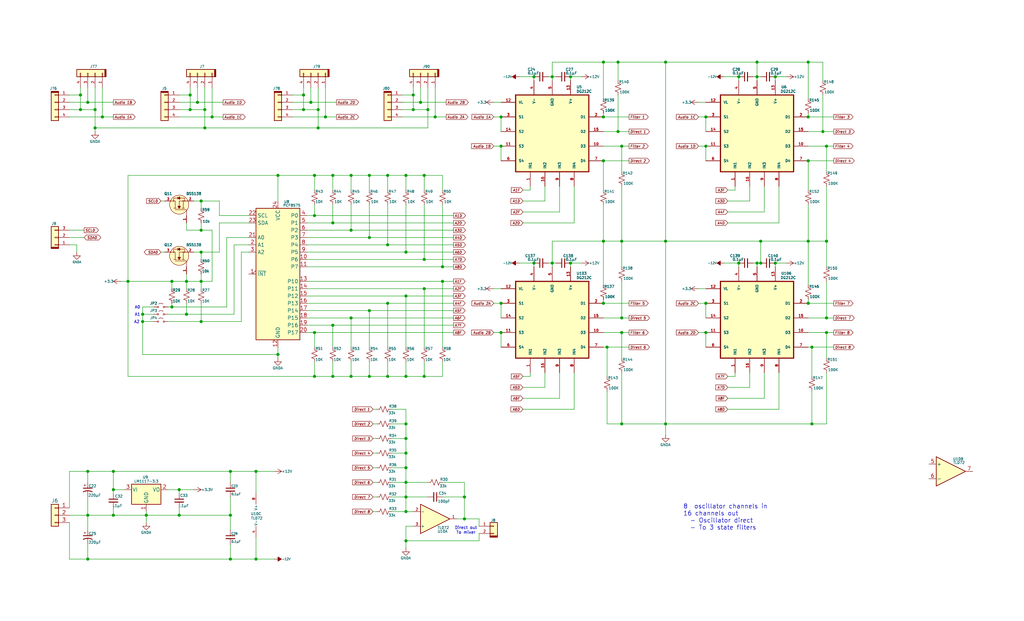
<source format=kicad_sch>
(kicad_sch (version 20231120) (generator "eeschema") (generator_version "8.0")
  (paper "USLegal")
  (lib_symbols
    (symbol "Amplifier_Operational:TL072" (pin_names (offset 0.127))
      (property "Reference" "U10" (at 2.032 4.318 0))
      (property "Value" "TL072" (at 2.794 3.048 0))
      (symbol "TL072_1_1"
        (pin output line (at 7.62 0 180) (length 2.54) (name "~") (number "1"))
        (pin input line (at -7.62 -2.54 0) (length 2.54) (name "-") (number "2"))
        (pin input line (at -7.62 2.54 0) (length 2.54) (name "+") (number "3"))
      )
      (symbol "TL072_2_1"
        (pin input line (at -7.62 2.54 0) (length 2.54) (name "+") (number "5"))
        (pin input line (at -7.62 -2.54 0) (length 2.54) (name "-") (number "6"))
        (pin output line (at 7.62 0 180) (length 2.54) (name "~") (number "7"))
      )
      (symbol "TL072_3_1"
        (pin power_in line (at -2.54 -7.62 90) (length 3.81) (name "V-") (number "4"))
        (pin power_in line (at -2.54 7.62 270) (length 3.81) (name "V+") (number "8"))
      )
    )
    (symbol "Connector_Generic:Conn_01x03" (pin_names (offset 1.016) hide)
      (property "Reference" "J" (at 0 5.08 0))
      (property "Value" "Conn_01x03" (at 0 -5.08 0))
      (symbol "Conn_01x03_1_1"
        (pin passive line (at -5.08 2.54 0) (length 3.81) (name "Pin_1") (number "1"))
        (pin passive line (at -5.08 0 0) (length 3.81) (name "Pin_2") (number "2"))
        (pin passive line (at -5.08 -2.54 0) (length 3.81) (name "Pin_3") (number "3"))
      )
    )
    (symbol "Device:C_Polarized_Small_US" (pin_numbers hide) (pin_names (offset 0.254) hide)
      (property "Reference" "C" (at 0.254 1.778 0))
      (property "Value" "C_Polarized_Small_US" (at 0.254 -2.032 0))
      (symbol "C_Polarized_Small_US_1_1"
        (pin passive line (at 0 2.54 270) (length 2.032) (name "~") (number "1"))
        (pin passive line (at 0 -2.54 90) (length 2.032) (name "~") (number "2"))
      )
    )
    (symbol "Device:C_Small" (pin_numbers hide) (pin_names (offset 0.254) hide)
      (property "Reference" "C" (at 0.254 1.778 0))
      (property "Value" "C_Small" (at 0.254 -2.032 0))
      (symbol "C_Small_1_1"
        (pin passive line (at 0 2.54 270) (length 2.032) (name "~") (number "1"))
        (pin passive line (at 0 -2.54 90) (length 2.032) (name "~") (number "2"))
      )
    )
    (symbol "Device:R_Small_US" (pin_numbers hide) (pin_names (offset 0.254) hide)
      (property "Reference" "R" (at 0.762 0.508 0))
      (property "Value" "R_Small_US" (at 0.762 -1.016 0))
      (symbol "R_Small_US_1_1"
        (pin passive line (at 0 2.54 270) (length 1.016) (name "~") (number "1"))
        (pin passive line (at 0 -2.54 90) (length 1.016) (name "~") (number "2"))
      )
    )
    (symbol "Interface_Expansion:PCF8575DBR"
      (property "Reference" "U8" (at 2.032 25.146 0))
      (property "Value" "PCF8575" (at 1.778 23.876 0))
      (symbol "PCF8575DBR_1_1"
        (pin open_collector output_low (at -10.16 0 0) (length 2.54) (name "~{INT}") (number "1"))
        (pin bidirectional line (at 10.16 5.08 180) (length 2.54) (name "P6") (number "10"))
        (pin bidirectional line (at 10.16 2.54 180) (length 2.54) (name "P7") (number "11"))
        (pin power_in line (at 0 -25.4 90) (length 2.54) (name "GND") (number "12"))
        (pin bidirectional line (at 10.16 -2.54 180) (length 2.54) (name "P10") (number "13"))
        (pin bidirectional line (at 10.16 -5.08 180) (length 2.54) (name "P11") (number "14"))
        (pin bidirectional line (at 10.16 -7.62 180) (length 2.54) (name "P12") (number "15"))
        (pin bidirectional line (at 10.16 -10.16 180) (length 2.54) (name "P13") (number "16"))
        (pin bidirectional line (at 10.16 -12.7 180) (length 2.54) (name "P14") (number "17"))
        (pin bidirectional line (at 10.16 -15.24 180) (length 2.54) (name "P15") (number "18"))
        (pin bidirectional line (at 10.16 -17.78 180) (length 2.54) (name "P16") (number "19"))
        (pin input line (at -10.16 10.16 0) (length 2.54) (name "A1") (number "2"))
        (pin bidirectional line (at 10.16 -20.32 180) (length 2.54) (name "P17") (number "20"))
        (pin input line (at -10.16 12.7 0) (length 2.54) (name "A0") (number "21"))
        (pin input line (at -10.16 20.32 0) (length 2.54) (name "SCL") (number "22"))
        (pin bidirectional line (at -10.16 17.78 0) (length 2.54) (name "SDA") (number "23"))
        (pin power_in line (at 0 25.4 270) (length 2.54) (name "VCC") (number "24"))
        (pin input line (at -10.16 7.62 0) (length 2.54) (name "A2") (number "3"))
        (pin bidirectional line (at 10.16 20.32 180) (length 2.54) (name "P0") (number "4"))
        (pin bidirectional line (at 10.16 17.78 180) (length 2.54) (name "P1") (number "5"))
        (pin bidirectional line (at 10.16 15.24 180) (length 2.54) (name "P2") (number "6"))
        (pin bidirectional line (at 10.16 12.7 180) (length 2.54) (name "P3") (number "7"))
        (pin bidirectional line (at 10.16 10.16 180) (length 2.54) (name "P4") (number "8"))
        (pin bidirectional line (at 10.16 7.62 180) (length 2.54) (name "P5") (number "9"))
      )
    )
    (symbol "Jumper:Jumper_2_Small_Open" (pin_numbers hide) (pin_names (offset 0) hide) (exclude_from_sim yes)
      (property "Reference" "JP" (at 0 2.794 0))
      (property "Value" "Jumper_2_Small_Open" (at 0 -2.286 0))
      (symbol "Jumper_2_Small_Open_1_1"
        (pin passive line (at -2.54 0 0) (length 1.27) (name "A") (number "1"))
        (pin passive line (at 2.54 0 180) (length 1.27) (name "B") (number "2"))
      )
    )
    (symbol "My Chips:DG212C" (pin_names (offset 1.016))
      (property "Reference" "U" (at 9.144 17.018 0))
      (property "Value" "DG212C" (at 9.144 15.748 0))
      (symbol "DG212C_0_0"
        (pin bidirectional line (at -17.78 -2.54 0) (length 5.08) (name "S3") (number "11"))
        (pin bidirectional line (at -17.78 2.54 0) (length 5.08) (name "S2") (number "14"))
        (pin bidirectional line (at -17.78 -7.62 0) (length 5.08) (name "S4") (number "6"))
        (pin input line (at 7.62 -16.51 90) (length 5.08) (name "IN4") (number "8"))
      )
      (symbol "DG212C_1_0"
        (pin input line (at -7.62 -16.51 90) (length 5.08) (name "IN1") (number "1"))
        (pin bidirectional line (at 17.78 -2.54 180) (length 5.08) (name "D3") (number "10"))
        (pin power_in line (at -17.78 12.7 0) (length 5.08) (name "VL") (number "12"))
        (pin power_in line (at 6.35 20.32 270) (length 5.08) (name "V+") (number "13"))
        (pin bidirectional line (at 17.78 2.54 180) (length 5.08) (name "D2") (number "15"))
        (pin input line (at -2.54 -16.51 90) (length 5.08) (name "IN2") (number "16"))
        (pin bidirectional line (at 17.78 7.62 180) (length 5.08) (name "D1") (number "2"))
        (pin bidirectional line (at -17.78 7.62 0) (length 5.08) (name "S1") (number "3"))
        (pin power_in line (at -6.35 20.32 270) (length 5.08) (name "V-") (number "4"))
        (pin power_in line (at 0 20.32 270) (length 5.08) (name "GND") (number "5"))
        (pin bidirectional line (at 17.78 -7.62 180) (length 5.08) (name "D4") (number "7"))
        (pin input line (at 2.54 -16.51 90) (length 5.08) (name "IN3") (number "9"))
      )
    )
    (symbol "My Connectors:Conn_01x02" (pin_names (offset 1.016) hide)
      (property "Reference" "J" (at -0.041 2.077 0))
      (property "Value" "Conn_01x02" (at -0.2794 4.7752 0))
      (symbol "Conn_01x02_1_1"
        (pin passive line (at -5.08 0 0) (length 3.81) (name "Pin_1") (number "1"))
        (pin passive line (at -5.08 -2.54 0) (length 3.81) (name "Pin_2") (number "2"))
      )
    )
    (symbol "My Connectors:Conn_01x03" (pin_names (offset 1.016) hide)
      (property "Reference" "J" (at 0.0222 4.6797 0))
      (property "Value" "Conn_01x03" (at 0 -5.08 0))
      (symbol "Conn_01x03_1_1"
        (pin passive line (at -5.08 2.54 0) (length 3.81) (name "Pin_1") (number "1"))
        (pin passive line (at -5.08 0 0) (length 3.81) (name "Pin_2") (number "2"))
        (pin passive line (at -5.08 -2.54 0) (length 3.81) (name "Pin_3") (number "3"))
      )
    )
    (symbol "My Connectors:Conn_01x04" (pin_names (offset 1.016) hide)
      (property "Reference" "J" (at -0.5788 4.6722 0))
      (property "Value" "Conn_01x04" (at -0.1524 -7.9502 0))
      (symbol "Conn_01x04_1_1"
        (pin passive line (at -5.08 2.54 0) (length 3.81) (name "Pin_1") (number "1"))
        (pin passive line (at -5.08 0 0) (length 3.81) (name "Pin_2") (number "2"))
        (pin passive line (at -5.08 -2.54 0) (length 3.81) (name "Pin_3") (number "3"))
        (pin passive line (at -5.08 -5.08 0) (length 3.81) (name "Pin_4") (number "4"))
      )
    )
    (symbol "Regulator_Linear:LM1117-3.3" (pin_names (offset 0.254))
      (property "Reference" "U" (at -3.81 3.175 0))
      (property "Value" "LM1117-3.3" (at 0 3.175 0))
      (symbol "LM1117-3.3_1_1"
        (pin power_in line (at 0 -7.62 90) (length 2.54) (name "GND") (number "1"))
        (pin power_out line (at 7.62 0 180) (length 2.54) (name "VO") (number "2"))
        (pin power_in line (at -7.62 0 0) (length 2.54) (name "VI") (number "3"))
      )
    )
    (symbol "Resistors:C_Small" (pin_numbers hide) (pin_names (offset 0.254) hide)
      (property "Reference" "C48" (at 2.54 1.2638 0))
      (property "Value" "100pF" (at 2.54 -1.2762 0))
      (symbol "C_Small_1_1"
        (pin passive line (at 0 2.54 270) (length 2.032) (name "~") (number "1"))
        (pin passive line (at 0 -2.54 90) (length 2.032) (name "~") (number "2"))
      )
    )
    (symbol "TL072_1" (pin_names (offset 0.127))
      (property "Reference" "U10" (at 2.032 4.318 0))
      (property "Value" "TL072" (at 2.794 3.048 0))
      (symbol "TL072_1_1_1"
        (pin output line (at 7.62 0 180) (length 2.54) (name "~") (number "1"))
        (pin input line (at -7.62 -2.54 0) (length 2.54) (name "-") (number "2"))
        (pin input line (at -7.62 2.54 0) (length 2.54) (name "+") (number "3"))
      )
      (symbol "TL072_1_2_1"
        (pin input line (at -7.62 2.54 0) (length 2.54) (name "+") (number "5"))
        (pin input line (at -7.62 -2.54 0) (length 2.54) (name "-") (number "6"))
        (pin output line (at 7.62 0 180) (length 2.54) (name "~") (number "7"))
      )
      (symbol "TL072_1_3_1"
        (pin power_in line (at -2.54 -7.62 90) (length 3.81) (name "V-") (number "4"))
        (pin power_in line (at -2.54 7.62 270) (length 3.81) (name "V+") (number "8"))
      )
    )
    (symbol "TL072_2" (pin_names (offset 0.127))
      (property "Reference" "U10" (at 2.032 4.318 0))
      (property "Value" "TL072" (at 2.794 3.048 0))
      (symbol "TL072_2_1_1"
        (pin output line (at 7.62 0 180) (length 2.54) (name "~") (number "1"))
        (pin input line (at -7.62 -2.54 0) (length 2.54) (name "-") (number "2"))
        (pin input line (at -7.62 2.54 0) (length 2.54) (name "+") (number "3"))
      )
      (symbol "TL072_2_2_1"
        (pin input line (at -7.62 2.54 0) (length 2.54) (name "+") (number "5"))
        (pin input line (at -7.62 -2.54 0) (length 2.54) (name "-") (number "6"))
        (pin output line (at 7.62 0 180) (length 2.54) (name "~") (number "7"))
      )
      (symbol "TL072_2_3_1"
        (pin power_in line (at -2.54 -7.62 90) (length 3.81) (name "V-") (number "4"))
        (pin power_in line (at -2.54 7.62 270) (length 3.81) (name "V+") (number "8"))
      )
    )
    (symbol "dk_Transistors-FETs-MOSFETs-Single:BSS138" (pin_names (offset 0))
      (property "Reference" "Q?" (at -3.1496 -3.6576 90))
      (property "Value" "BSS138" (at -3.1496 4.4958 90))
      (symbol "BSS138_1_1"
        (pin bidirectional line (at -7.62 -2.54 0) (length 2.54) (name "") (number "1"))
        (pin bidirectional line (at 0 -5.08 90) (length 2.54) (name "") (number "2"))
        (pin bidirectional line (at 0 5.08 270) (length 2.54) (name "") (number "3"))
      )
    )
    (symbol "power:+12V" (power) (pin_names (offset 0))
      (property "Value" "+12V" (at 0 3.556 0))
      (symbol "+12V_1_1"
        (pin power_in line (at 0 0 90) (length 0) hide (name "+12V") (number "1"))
      )
    )
    (symbol "power:+5VD" (power) (pin_names (offset 0))
      (property "Value" "+5VD" (at 0 3.556 0))
      (symbol "+5VD_1_1"
        (pin power_in line (at 0 0 90) (length 0) hide (name "+5VD") (number "1"))
      )
    )
    (symbol "power:-12V" (power) (pin_names (offset 0))
      (property "Value" "-12V" (at 0 3.81 0))
      (symbol "-12V_0_0"
        (pin power_in line (at 0 0 90) (length 0) hide (name "-12V") (number "1"))
      )
    )
    (symbol "power:GNDA" (power) (pin_names (offset 0))
      (property "Value" "GNDA" (at 0 -3.81 0))
      (symbol "GNDA_1_1"
        (pin power_in line (at 0 0 270) (length 0) hide (name "GNDA") (number "1"))
      )
    )
  )
  (junction (at 39.37 179.07))
  (junction (at 80.01 163.83))
  (junction (at 96.52 123.19))
  (junction (at 173.99 40.64))
  (junction (at 287.02 83.82))
  (junction (at 215.9 83.82))
  (junction (at 69.85 80.01))
  (junction (at 210.82 120.65))
  (junction (at 153.67 97.79))
  (junction (at 198.12 26.67))
  (junction (at 140.97 152.4))
  (junction (at 191.77 26.67))
  (junction (at 198.12 91.44))
  (junction (at 280.67 21.59))
  (junction (at 140.97 102.87))
  (junction (at 280.67 55.88))
  (junction (at 62.23 179.07))
  (junction (at 280.67 83.82))
  (junction (at 134.62 105.41))
  (junction (at 215.9 50.8))
  (junction (at 256.54 26.67))
  (junction (at 39.37 170.18))
  (junction (at 209.55 55.88))
  (junction (at 185.42 26.67))
  (junction (at 49.53 109.22))
  (junction (at 153.67 92.71))
  (junction (at 140.97 172.72))
  (junction (at 134.62 85.09))
  (junction (at 140.97 60.96))
  (junction (at 287.02 115.57))
  (junction (at 256.54 91.44))
  (junction (at 161.29 172.72))
  (junction (at 280.67 105.41))
  (junction (at 66.04 33.02))
  (junction (at 147.32 90.17))
  (junction (at 140.97 187.96))
  (junction (at 262.89 26.67))
  (junction (at 30.48 179.07))
  (junction (at 115.57 130.81))
  (junction (at 27.94 33.02))
  (junction (at 62.23 170.18))
  (junction (at 105.41 33.02))
  (junction (at 59.69 97.79))
  (junction (at 209.55 105.41))
  (junction (at 262.89 21.59))
  (junction (at 49.53 111.76))
  (junction (at 140.97 157.48))
  (junction (at 280.67 40.64))
  (junction (at 215.9 115.57))
  (junction (at 281.94 147.32))
  (junction (at 115.57 60.96))
  (junction (at 214.63 21.59))
  (junction (at 269.24 26.67))
  (junction (at 185.42 91.44))
  (junction (at 285.75 45.72))
  (junction (at 209.55 40.64))
  (junction (at 66.04 38.1))
  (junction (at 245.11 105.41))
  (junction (at 109.22 130.81))
  (junction (at 146.05 35.56))
  (junction (at 68.58 35.56))
  (junction (at 173.99 105.41))
  (junction (at 39.37 163.83))
  (junction (at 88.9 194.31))
  (junction (at 121.92 60.96))
  (junction (at 281.94 120.65))
  (junction (at 69.85 87.63))
  (junction (at 115.57 77.47))
  (junction (at 33.02 38.1))
  (junction (at 215.9 110.49))
  (junction (at 231.14 147.32))
  (junction (at 110.49 38.1))
  (junction (at 80.01 179.07))
  (junction (at 262.89 91.44))
  (junction (at 96.52 60.96))
  (junction (at 30.48 163.83))
  (junction (at 44.45 97.79))
  (junction (at 88.9 163.83))
  (junction (at 147.32 130.81))
  (junction (at 140.97 87.63))
  (junction (at 191.77 91.44))
  (junction (at 140.97 167.64))
  (junction (at 107.95 35.56))
  (junction (at 35.56 40.64))
  (junction (at 121.92 130.81))
  (junction (at 30.48 194.31))
  (junction (at 245.11 40.64))
  (junction (at 105.41 38.1))
  (junction (at 215.9 147.32))
  (junction (at 128.27 60.96))
  (junction (at 231.14 21.59))
  (junction (at 140.97 130.81))
  (junction (at 30.48 35.56))
  (junction (at 134.62 60.96))
  (junction (at 128.27 107.95))
  (junction (at 109.22 115.57))
  (junction (at 231.14 83.82))
  (junction (at 71.12 38.1))
  (junction (at 69.85 69.85))
  (junction (at 264.16 83.82))
  (junction (at 143.51 38.1))
  (junction (at 121.92 80.01))
  (junction (at 287.02 50.8))
  (junction (at 109.22 74.93))
  (junction (at 173.99 50.8))
  (junction (at 151.13 40.64))
  (junction (at 173.99 115.57))
  (junction (at 71.12 44.45))
  (junction (at 69.85 97.79))
  (junction (at 64.77 109.22))
  (junction (at 287.02 110.49))
  (junction (at 115.57 113.03))
  (junction (at 134.62 130.81))
  (junction (at 147.32 100.33))
  (junction (at 64.77 97.79))
  (junction (at 128.27 82.55))
  (junction (at 50.8 179.07))
  (junction (at 147.32 60.96))
  (junction (at 214.63 45.72))
  (junction (at 128.27 130.81))
  (junction (at 161.29 180.34))
  (junction (at 110.49 44.45))
  (junction (at 33.02 44.45))
  (junction (at 59.69 106.68))
  (junction (at 113.03 40.64))
  (junction (at 109.22 60.96))
  (junction (at 269.24 91.44))
  (junction (at 80.01 194.31))
  (junction (at 143.51 33.02))
  (junction (at 245.11 115.57))
  (junction (at 140.97 147.32))
  (junction (at 209.55 83.82))
  (junction (at 140.97 162.56))
  (junction (at 69.85 111.76))
  (junction (at 148.59 38.1))
  (junction (at 27.94 38.1))
  (junction (at 209.55 21.59))
  (junction (at 73.66 40.64))
  (junction (at 140.97 177.8))
  (junction (at 264.16 91.44))
  (junction (at 121.92 110.49))
  (junction (at 245.11 50.8))
  (wire (pts (xy 189.23 129.54) (xy 189.23 134.62)))
  (wire (pts (xy 245.11 40.64) (xy 245.11 45.72)))
  (wire (pts (xy 121.92 60.96) (xy 121.92 66.04)))
  (wire (pts (xy 184.15 130.81) (xy 184.15 129.54)))
  (wire (pts (xy 287.02 115.57) (xy 280.67 115.57)))
  (wire (pts (xy 106.68 113.03) (xy 115.57 113.03)))
  (wire (pts (xy 129.54 162.56) (xy 130.81 162.56)))
  (wire (pts (xy 256.54 91.44) (xy 256.54 92.71)))
  (wire (pts (xy 140.97 152.4) (xy 140.97 157.48)))
  (wire (pts (xy 44.45 60.96) (xy 96.52 60.96)))
  (wire (pts (xy 69.85 97.79) (xy 73.66 97.79)))
  (wire (pts (xy 264.16 91.44) (xy 262.89 91.44)))
  (wire (pts (xy 256.54 26.67) (xy 256.54 27.94)))
  (wire (pts (xy 148.59 38.1) (xy 148.59 44.45)))
  (wire (pts (xy 106.68 85.09) (xy 134.62 85.09)))
  (wire (pts (xy 134.62 125.73) (xy 134.62 130.81)))
  (wire (pts (xy 280.67 21.59) (xy 280.67 34.29)))
  (wire (pts (xy 280.67 55.88) (xy 280.67 66.04)))
  (wire (pts (xy 64.77 97.79) (xy 64.77 100.33)))
  (wire (pts (xy 50.8 177.8) (xy 50.8 179.07)))
  (wire (pts (xy 68.58 35.56) (xy 77.47 35.56)))
  (wire (pts (xy 58.42 170.18) (xy 62.23 170.18)))
  (wire (pts (xy 69.85 77.47) (xy 69.85 80.01)))
  (wire (pts (xy 27.94 33.02) (xy 24.13 33.02)))
  (wire (pts (xy 140.97 187.96) (xy 166.37 187.96)))
  (wire (pts (xy 210.82 120.65) (xy 209.55 120.65)))
  (wire (pts (xy 53.34 106.68) (xy 49.53 106.68)))
  (wire (pts (xy 140.97 177.8) (xy 143.51 177.8)))
  (wire (pts (xy 24.13 179.07) (xy 30.48 179.07)))
  (wire (pts (xy 121.92 80.01) (xy 157.48 80.01)))
  (wire (pts (xy 209.55 115.57) (xy 215.9 115.57)))
  (wire (pts (xy 171.45 105.41) (xy 173.99 105.41)))
  (wire (pts (xy 171.45 40.64) (xy 173.99 40.64)))
  (wire (pts (xy 287.02 147.32) (xy 281.94 147.32)))
  (wire (pts (xy 67.31 87.63) (xy 69.85 87.63)))
  (wire (pts (xy 289.56 105.41) (xy 280.67 105.41)))
  (wire (pts (xy 44.45 97.79) (xy 59.69 97.79)))
  (wire (pts (xy 289.56 40.64) (xy 280.67 40.64)))
  (wire (pts (xy 252.73 138.43) (xy 265.43 138.43)))
  (wire (pts (xy 134.62 60.96) (xy 134.62 66.04)))
  (wire (pts (xy 140.97 157.48) (xy 140.97 162.56)))
  (wire (pts (xy 105.41 33.02) (xy 101.6 33.02)))
  (wire (pts (xy 129.54 142.24) (xy 130.81 142.24)))
  (wire (pts (xy 209.55 55.88) (xy 209.55 66.04)))
  (wire (pts (xy 30.48 172.72) (xy 30.48 179.07)))
  (wire (pts (xy 140.97 187.96) (xy 140.97 190.5)))
  (wire (pts (xy 191.77 21.59) (xy 209.55 21.59)))
  (wire (pts (xy 140.97 60.96) (xy 147.32 60.96)))
  (wire (pts (xy 106.68 115.57) (xy 109.22 115.57)))
  (wire (pts (xy 64.77 105.41) (xy 64.77 109.22)))
  (wire (pts (xy 242.57 115.57) (xy 245.11 115.57)))
  (wire (pts (xy 107.95 30.48) (xy 107.95 35.56)))
  (wire (pts (xy 181.61 142.24) (xy 199.39 142.24)))
  (wire (pts (xy 281.94 120.65) (xy 280.67 120.65)))
  (wire (pts (xy 80.01 163.83) (xy 80.01 167.64)))
  (wire (pts (xy 80.01 179.07) (xy 80.01 184.15)))
  (wire (pts (xy 106.68 90.17) (xy 147.32 90.17)))
  (wire (pts (xy 115.57 125.73) (xy 115.57 130.81)))
  (wire (pts (xy 88.9 186.69) (xy 88.9 194.31)))
  (wire (pts (xy 265.43 129.54) (xy 265.43 138.43)))
  (wire (pts (xy 69.85 97.79) (xy 69.85 100.33)))
  (wire (pts (xy 215.9 83.82) (xy 215.9 92.71)))
  (wire (pts (xy 73.66 97.79) (xy 73.66 80.01)))
  (wire (pts (xy 24.13 40.64) (xy 35.56 40.64)))
  (wire (pts (xy 215.9 147.32) (xy 231.14 147.32)))
  (wire (pts (xy 173.99 40.64) (xy 173.99 45.72)))
  (wire (pts (xy 101.6 40.64) (xy 113.03 40.64)))
  (wire (pts (xy 62.23 171.45) (xy 62.23 170.18)))
  (wire (pts (xy 49.53 106.68) (xy 49.53 109.22)))
  (wire (pts (xy 115.57 113.03) (xy 157.48 113.03)))
  (wire (pts (xy 69.85 105.41) (xy 69.85 111.76)))
  (wire (pts (xy 199.39 64.77) (xy 199.39 77.47)))
  (wire (pts (xy 153.67 172.72) (xy 161.29 172.72)))
  (wire (pts (xy 209.55 39.37) (xy 209.55 40.64)))
  (wire (pts (xy 66.04 30.48) (xy 66.04 33.02)))
  (wire (pts (xy 262.89 26.67) (xy 262.89 27.94)))
  (wire (pts (xy 128.27 120.65) (xy 128.27 107.95)))
  (wire (pts (xy 129.54 152.4) (xy 130.81 152.4)))
  (wire (pts (xy 67.31 69.85) (xy 69.85 69.85)))
  (wire (pts (xy 64.77 80.01) (xy 69.85 80.01)))
  (wire (pts (xy 96.52 60.96) (xy 109.22 60.96)))
  (wire (pts (xy 242.57 100.33) (xy 245.11 100.33)))
  (wire (pts (xy 96.52 120.65) (xy 96.52 123.19)))
  (wire (pts (xy 161.29 167.64) (xy 161.29 172.72)))
  (wire (pts (xy 115.57 130.81) (xy 121.92 130.81)))
  (wire (pts (xy 106.68 80.01) (xy 121.92 80.01)))
  (wire (pts (xy 113.03 40.64) (xy 113.03 30.48)))
  (wire (pts (xy 64.77 109.22) (xy 58.42 109.22)))
  (wire (pts (xy 106.68 87.63) (xy 140.97 87.63)))
  (wire (pts (xy 30.48 163.83) (xy 39.37 163.83)))
  (wire (pts (xy 252.73 77.47) (xy 270.51 77.47)))
  (wire (pts (xy 181.61 138.43) (xy 194.31 138.43)))
  (wire (pts (xy 121.92 110.49) (xy 121.92 120.65)))
  (wire (pts (xy 147.32 120.65) (xy 147.32 100.33)))
  (wire (pts (xy 252.73 142.24) (xy 270.51 142.24)))
  (wire (pts (xy 199.39 129.54) (xy 199.39 142.24)))
  (wire (pts (xy 280.67 83.82) (xy 287.02 83.82)))
  (wire (pts (xy 215.9 97.79) (xy 215.9 110.49)))
  (wire (pts (xy 181.61 77.47) (xy 199.39 77.47)))
  (wire (pts (xy 49.53 109.22) (xy 49.53 111.76)))
  (wire (pts (xy 128.27 60.96) (xy 128.27 66.04)))
  (wire (pts (xy 218.44 120.65) (xy 210.82 120.65)))
  (wire (pts (xy 33.02 30.48) (xy 33.02 38.1)))
  (wire (pts (xy 69.85 95.25) (xy 69.85 97.79)))
  (wire (pts (xy 49.53 111.76) (xy 49.53 123.19)))
  (wire (pts (xy 171.45 115.57) (xy 173.99 115.57)))
  (wire (pts (xy 86.36 82.55) (xy 78.74 82.55)))
  (wire (pts (xy 135.89 147.32) (xy 140.97 147.32)))
  (wire (pts (xy 69.85 111.76) (xy 83.82 111.76)))
  (wire (pts (xy 30.48 179.07) (xy 30.48 184.15)))
  (wire (pts (xy 269.24 26.67) (xy 273.05 26.67)))
  (wire (pts (xy 185.42 26.67) (xy 185.42 27.94)))
  (wire (pts (xy 24.13 38.1) (xy 27.94 38.1)))
  (wire (pts (xy 88.9 163.83) (xy 88.9 171.45)))
  (wire (pts (xy 44.45 130.81) (xy 109.22 130.81)))
  (wire (pts (xy 105.41 38.1) (xy 110.49 38.1)))
  (wire (pts (xy 76.2 77.47) (xy 86.36 77.47)))
  (wire (pts (xy 115.57 60.96) (xy 121.92 60.96)))
  (wire (pts (xy 128.27 130.81) (xy 134.62 130.81)))
  (wire (pts (xy 105.41 33.02) (xy 105.41 38.1)))
  (wire (pts (xy 115.57 113.03) (xy 115.57 120.65)))
  (wire (pts (xy 64.77 97.79) (xy 69.85 97.79)))
  (wire (pts (xy 135.89 157.48) (xy 140.97 157.48)))
  (wire (pts (xy 214.63 45.72) (xy 209.55 45.72)))
  (wire (pts (xy 281.94 120.65) (xy 281.94 130.81)))
  (wire (pts (xy 73.66 40.64) (xy 73.66 30.48)))
  (wire (pts (xy 262.89 21.59) (xy 280.67 21.59)))
  (wire (pts (xy 139.7 40.64) (xy 151.13 40.64)))
  (wire (pts (xy 218.44 45.72) (xy 214.63 45.72)))
  (wire (pts (xy 280.67 71.12) (xy 280.67 83.82)))
  (wire (pts (xy 140.97 87.63) (xy 157.48 87.63)))
  (wire (pts (xy 81.28 109.22) (xy 64.77 109.22)))
  (wire (pts (xy 265.43 64.77) (xy 265.43 73.66)))
  (wire (pts (xy 62.23 40.64) (xy 73.66 40.64)))
  (wire (pts (xy 198.12 91.44) (xy 201.93 91.44)))
  (wire (pts (xy 191.77 26.67) (xy 193.04 26.67)))
  (wire (pts (xy 209.55 83.82) (xy 209.55 99.06)))
  (wire (pts (xy 147.32 130.81) (xy 153.67 130.81)))
  (wire (pts (xy 242.57 50.8) (xy 245.11 50.8)))
  (wire (pts (xy 148.59 172.72) (xy 140.97 172.72)))
  (wire (pts (xy 59.69 105.41) (xy 59.69 106.68)))
  (wire (pts (xy 269.24 26.67) (xy 269.24 27.94)))
  (wire (pts (xy 30.48 35.56) (xy 24.13 35.56)))
  (wire (pts (xy 181.61 66.04) (xy 184.15 66.04)))
  (wire (pts (xy 143.51 182.88) (xy 140.97 182.88)))
  (wire (pts (xy 55.88 87.63) (xy 57.15 87.63)))
  (wire (pts (xy 39.37 176.53) (xy 39.37 179.07)))
  (wire (pts (xy 180.34 26.67) (xy 185.42 26.67)))
  (wire (pts (xy 50.8 179.07) (xy 50.8 181.61)))
  (wire (pts (xy 231.14 21.59) (xy 262.89 21.59)))
  (wire (pts (xy 289.56 55.88) (xy 280.67 55.88)))
  (wire (pts (xy 262.89 21.59) (xy 262.89 26.67)))
  (wire (pts (xy 251.46 91.44) (xy 256.54 91.44)))
  (wire (pts (xy 135.89 172.72) (xy 140.97 172.72)))
  (wire (pts (xy 242.57 105.41) (xy 245.11 105.41)))
  (wire (pts (xy 88.9 194.31) (xy 95.25 194.31)))
  (wire (pts (xy 153.67 125.73) (xy 153.67 130.81)))
  (wire (pts (xy 242.57 35.56) (xy 245.11 35.56)))
  (wire (pts (xy 110.49 44.45) (xy 148.59 44.45)))
  (wire (pts (xy 147.32 60.96) (xy 153.67 60.96)))
  (wire (pts (xy 27.94 30.48) (xy 27.94 33.02)))
  (wire (pts (xy 181.61 73.66) (xy 194.31 73.66)))
  (wire (pts (xy 106.68 107.95) (xy 128.27 107.95)))
  (wire (pts (xy 184.15 66.04) (xy 184.15 64.77)))
  (wire (pts (xy 231.14 21.59) (xy 231.14 83.82)))
  (wire (pts (xy 194.31 64.77) (xy 194.31 73.66)))
  (wire (pts (xy 27.94 33.02) (xy 27.94 38.1)))
  (wire (pts (xy 146.05 35.56) (xy 139.7 35.56)))
  (wire (pts (xy 198.12 91.44) (xy 198.12 92.71)))
  (wire (pts (xy 106.68 82.55) (xy 128.27 82.55)))
  (wire (pts (xy 289.56 115.57) (xy 287.02 115.57)))
  (wire (pts (xy 128.27 125.73) (xy 128.27 130.81)))
  (wire (pts (xy 39.37 179.07) (xy 50.8 179.07)))
  (wire (pts (xy 105.41 30.48) (xy 105.41 33.02)))
  (wire (pts (xy 287.02 64.77) (xy 287.02 83.82)))
  (wire (pts (xy 262.89 26.67) (xy 264.16 26.67)))
  (wire (pts (xy 59.69 97.79) (xy 64.77 97.79)))
  (wire (pts (xy 215.9 129.54) (xy 215.9 147.32)))
  (wire (pts (xy 115.57 66.04) (xy 115.57 60.96)))
  (wire (pts (xy 171.45 35.56) (xy 173.99 35.56)))
  (wire (pts (xy 134.62 60.96) (xy 140.97 60.96)))
  (wire (pts (xy 245.11 50.8) (xy 245.11 55.88)))
  (wire (pts (xy 151.13 40.64) (xy 154.94 40.64)))
  (wire (pts (xy 231.14 83.82) (xy 231.14 147.32)))
  (wire (pts (xy 147.32 100.33) (xy 157.48 100.33)))
  (wire (pts (xy 140.97 71.12) (xy 140.97 87.63)))
  (wire (pts (xy 215.9 64.77) (xy 215.9 83.82)))
  (wire (pts (xy 69.85 80.01) (xy 73.66 80.01)))
  (wire (pts (xy 35.56 40.64) (xy 35.56 30.48)))
  (wire (pts (xy 252.73 130.81) (xy 255.27 130.81)))
  (wire (pts (xy 62.23 170.18) (xy 67.31 170.18)))
  (wire (pts (xy 33.02 44.45) (xy 33.02 45.72)))
  (wire (pts (xy 252.73 69.85) (xy 260.35 69.85)))
  (wire (pts (xy 289.56 45.72) (xy 285.75 45.72)))
  (wire (pts (xy 151.13 40.64) (xy 151.13 30.48)))
  (wire (pts (xy 71.12 44.45) (xy 110.49 44.45)))
  (wire (pts (xy 191.77 91.44) (xy 191.77 92.71)))
  (wire (pts (xy 110.49 30.48) (xy 110.49 38.1)))
  (wire (pts (xy 242.57 40.64) (xy 245.11 40.64)))
  (wire (pts (xy 153.67 71.12) (xy 153.67 92.71)))
  (wire (pts (xy 209.55 21.59) (xy 214.63 21.59)))
  (wire (pts (xy 153.67 92.71) (xy 157.48 92.71)))
  (wire (pts (xy 24.13 82.55) (xy 29.21 82.55)))
  (wire (pts (xy 24.13 80.01) (xy 29.21 80.01)))
  (wire (pts (xy 245.11 105.41) (xy 245.11 110.49)))
  (wire (pts (xy 128.27 71.12) (xy 128.27 82.55)))
  (wire (pts (xy 73.66 40.64) (xy 77.47 40.64)))
  (wire (pts (xy 158.75 180.34) (xy 161.29 180.34)))
  (wire (pts (xy 134.62 71.12) (xy 134.62 85.09)))
  (wire (pts (xy 76.2 69.85) (xy 76.2 74.93)))
  (wire (pts (xy 59.69 106.68) (xy 58.42 106.68)))
  (wire (pts (xy 62.23 179.07) (xy 62.23 176.53)))
  (wire (pts (xy 106.68 102.87) (xy 140.97 102.87)))
  (wire (pts (xy 41.91 97.79) (xy 44.45 97.79)))
  (wire (pts (xy 140.97 60.96) (xy 140.97 66.04)))
  (wire (pts (xy 129.54 177.8) (xy 130.81 177.8)))
  (wire (pts (xy 269.24 91.44) (xy 273.05 91.44)))
  (wire (pts (xy 231.14 83.82) (xy 264.16 83.82)))
  (wire (pts (xy 128.27 107.95) (xy 157.48 107.95)))
  (wire (pts (xy 30.48 35.56) (xy 39.37 35.56)))
  (wire (pts (xy 143.51 33.02) (xy 139.7 33.02)))
  (wire (pts (xy 181.61 134.62) (xy 189.23 134.62)))
  (wire (pts (xy 140.97 182.88) (xy 140.97 187.96)))
  (wire (pts (xy 180.34 91.44) (xy 185.42 91.44)))
  (wire (pts (xy 173.99 105.41) (xy 173.99 110.49)))
  (wire (pts (xy 109.22 71.12) (xy 109.22 74.93)))
  (wire (pts (xy 44.45 97.79) (xy 44.45 130.81)))
  (wire (pts (xy 210.82 147.32) (xy 215.9 147.32)))
  (wire (pts (xy 76.2 77.47) (xy 76.2 87.63)))
  (wire (pts (xy 129.54 157.48) (xy 130.81 157.48)))
  (wire (pts (xy 109.22 60.96) (xy 115.57 60.96)))
  (wire (pts (xy 86.36 87.63) (xy 83.82 87.63)))
  (wire (pts (xy 66.04 33.02) (xy 62.23 33.02)))
  (wire (pts (xy 78.74 82.55) (xy 78.74 106.68)))
  (wire (pts (xy 153.67 97.79) (xy 153.67 120.65)))
  (wire (pts (xy 110.49 38.1) (xy 110.49 44.45)))
  (wire (pts (xy 80.01 194.31) (xy 88.9 194.31)))
  (wire (pts (xy 252.73 134.62) (xy 260.35 134.62)))
  (wire (pts (xy 35.56 40.64) (xy 39.37 40.64)))
  (wire (pts (xy 106.68 77.47) (xy 115.57 77.47)))
  (wire (pts (xy 285.75 27.94) (xy 285.75 21.59)))
  (wire (pts (xy 30.48 189.23) (xy 30.48 194.31)))
  (wire (pts (xy 135.89 162.56) (xy 140.97 162.56)))
  (wire (pts (xy 58.42 111.76) (xy 69.85 111.76)))
  (wire (pts (xy 121.92 60.96) (xy 128.27 60.96)))
  (wire (pts (xy 209.55 104.14) (xy 209.55 105.41)))
  (wire (pts (xy 287.02 115.57) (xy 287.02 124.46)))
  (wire (pts (xy 140.97 172.72) (xy 140.97 177.8)))
  (wire (pts (xy 30.48 194.31) (xy 80.01 194.31)))
  (wire (pts (xy 24.13 85.09) (xy 26.67 85.09)))
  (wire (pts (xy 107.95 35.56) (xy 101.6 35.56)))
  (wire (pts (xy 148.59 30.48) (xy 148.59 38.1)))
  (wire (pts (xy 280.67 104.14) (xy 280.67 105.41)))
  (wire (pts (xy 280.67 21.59) (xy 285.75 21.59)))
  (wire (pts (xy 129.54 167.64) (xy 130.81 167.64)))
  (wire (pts (xy 80.01 172.72) (xy 80.01 179.07)))
  (wire (pts (xy 109.22 74.93) (xy 157.48 74.93)))
  (wire (pts (xy 140.97 120.65) (xy 140.97 102.87)))
  (wire (pts (xy 262.89 91.44) (xy 262.89 92.71)))
  (wire (pts (xy 55.88 69.85) (xy 57.15 69.85)))
  (wire (pts (xy 231.14 147.32) (xy 281.94 147.32)))
  (wire (pts (xy 109.22 66.04) (xy 109.22 60.96)))
  (wire (pts (xy 252.73 66.04) (xy 255.27 66.04)))
  (wire (pts (xy 251.46 26.67) (xy 256.54 26.67)))
  (wire (pts (xy 134.62 130.81) (xy 140.97 130.81)))
  (wire (pts (xy 44.45 60.96) (xy 44.45 97.79)))
  (wire (pts (xy 161.29 172.72) (xy 161.29 180.34)))
  (wire (pts (xy 146.05 35.56) (xy 154.94 35.56)))
  (wire (pts (xy 30.48 179.07) (xy 39.37 179.07)))
  (wire (pts (xy 109.22 115.57) (xy 157.48 115.57)))
  (wire (pts (xy 106.68 92.71) (xy 153.67 92.71)))
  (wire (pts (xy 66.04 33.02) (xy 66.04 38.1)))
  (wire (pts (xy 198.12 26.67) (xy 201.93 26.67)))
  (wire (pts (xy 252.73 73.66) (xy 265.43 73.66)))
  (wire (pts (xy 209.55 50.8) (xy 215.9 50.8)))
  (wire (pts (xy 280.67 83.82) (xy 280.67 99.06)))
  (wire (pts (xy 129.54 172.72) (xy 130.81 172.72)))
  (wire (pts (xy 287.02 110.49) (xy 280.67 110.49)))
  (wire (pts (xy 153.67 60.96) (xy 153.67 66.04)))
  (wire (pts (xy 264.16 83.82) (xy 264.16 91.44)))
  (wire (pts (xy 190.5 26.67) (xy 191.77 26.67)))
  (wire (pts (xy 39.37 163.83) (xy 39.37 170.18)))
  (wire (pts (xy 140.97 142.24) (xy 140.97 147.32)))
  (wire (pts (xy 153.67 97.79) (xy 157.48 97.79)))
  (wire (pts (xy 121.92 125.73) (xy 121.92 130.81)))
  (wire (pts (xy 280.67 39.37) (xy 280.67 40.64)))
  (wire (pts (xy 81.28 85.09) (xy 81.28 109.22)))
  (wire (pts (xy 106.68 74.93) (xy 109.22 74.93)))
  (wire (pts (xy 69.85 87.63) (xy 76.2 87.63)))
  (wire (pts (xy 27.94 38.1) (xy 33.02 38.1)))
  (wire (pts (xy 261.62 91.44) (xy 262.89 91.44)))
  (wire (pts (xy 215.9 83.82) (xy 231.14 83.82)))
  (wire (pts (xy 146.05 30.48) (xy 146.05 35.56)))
  (wire (pts (xy 189.23 64.77) (xy 189.23 69.85)))
  (wire (pts (xy 24.13 194.31) (xy 24.13 181.61)))
  (wire (pts (xy 39.37 163.83) (xy 80.01 163.83)))
  (wire (pts (xy 88.9 163.83) (xy 95.25 163.83)))
  (wire (pts (xy 78.74 106.68) (xy 59.69 106.68)))
  (wire (pts (xy 26.67 85.09) (xy 26.67 87.63)))
  (wire (pts (xy 147.32 71.12) (xy 147.32 90.17)))
  (wire (pts (xy 270.51 64.77) (xy 270.51 77.47)))
  (wire (pts (xy 214.63 21.59) (xy 214.63 27.94)))
  (wire (pts (xy 210.82 120.65) (xy 210.82 130.81)))
  (wire (pts (xy 49.53 123.19) (xy 96.52 123.19)))
  (wire (pts (xy 289.56 120.65) (xy 281.94 120.65)))
  (wire (pts (xy 209.55 40.64) (xy 218.44 40.64)))
  (wire (pts (xy 143.51 30.48) (xy 143.51 33.02)))
  (wire (pts (xy 68.58 35.56) (xy 62.23 35.56)))
  (wire (pts (xy 171.45 50.8) (xy 173.99 50.8)))
  (wire (pts (xy 245.11 115.57) (xy 245.11 120.65)))
  (wire (pts (xy 191.77 83.82) (xy 191.77 91.44)))
  (wire (pts (xy 287.02 129.54) (xy 287.02 147.32)))
  (wire (pts (xy 147.32 125.73) (xy 147.32 130.81)))
  (wire (pts (xy 62.23 179.07) (xy 80.01 179.07)))
  (wire (pts (xy 109.22 115.57) (xy 109.22 120.65)))
  (wire (pts (xy 181.61 130.81) (xy 184.15 130.81)))
  (wire (pts (xy 218.44 110.49) (xy 215.9 110.49)))
  (wire (pts (xy 140.97 102.87) (xy 157.48 102.87)))
  (wire (pts (xy 191.77 26.67) (xy 191.77 27.94)))
  (wire (pts (xy 115.57 71.12) (xy 115.57 77.47)))
  (wire (pts (xy 231.14 147.32) (xy 231.14 151.13)))
  (wire (pts (xy 147.32 60.96) (xy 147.32 66.04)))
  (wire (pts (xy 96.52 123.19) (xy 96.52 124.46)))
  (wire (pts (xy 287.02 83.82) (xy 287.02 92.71)))
  (wire (pts (xy 50.8 179.07) (xy 62.23 179.07)))
  (wire (pts (xy 148.59 167.64) (xy 140.97 167.64)))
  (wire (pts (xy 135.89 177.8) (xy 140.97 177.8)))
  (wire (pts (xy 287.02 97.79) (xy 287.02 110.49)))
  (wire (pts (xy 191.77 83.82) (xy 209.55 83.82)))
  (wire (pts (xy 24.13 194.31) (xy 30.48 194.31)))
  (wire (pts (xy 33.02 44.45) (xy 71.12 44.45)))
  (wire (pts (xy 107.95 35.56) (xy 116.84 35.56)))
  (wire (pts (xy 129.54 147.32) (xy 130.81 147.32)))
  (wire (pts (xy 109.22 125.73) (xy 109.22 130.81)))
  (wire (pts (xy 218.44 50.8) (xy 215.9 50.8)))
  (wire (pts (xy 86.36 85.09) (xy 81.28 85.09)))
  (wire (pts (xy 71.12 38.1) (xy 71.12 44.45)))
  (wire (pts (xy 147.32 90.17) (xy 157.48 90.17)))
  (wire (pts (xy 140.97 162.56) (xy 140.97 167.64)))
  (wire (pts (xy 140.97 125.73) (xy 140.97 130.81)))
  (wire (pts (xy 215.9 50.8) (xy 215.9 59.69)))
  (wire (pts (xy 134.62 105.41) (xy 157.48 105.41)))
  (wire (pts (xy 215.9 115.57) (xy 218.44 115.57)))
  (wire (pts (xy 39.37 170.18) (xy 43.18 170.18)))
  (wire (pts (xy 191.77 21.59) (xy 191.77 26.67)))
  (wire (pts (xy 64.77 77.47) (xy 64.77 80.01)))
  (wire (pts (xy 209.55 55.88) (xy 218.44 55.88)))
  (wire (pts (xy 255.27 130.81) (xy 255.27 129.54)))
  (wire (pts (xy 185.42 91.44) (xy 185.42 92.71)))
  (wire (pts (xy 285.75 33.02) (xy 285.75 45.72)))
  (wire (pts (xy 261.62 26.67) (xy 262.89 26.67)))
  (wire (pts (xy 59.69 97.79) (xy 59.69 100.33)))
  (wire (pts (xy 134.62 85.09) (xy 157.48 85.09)))
  (wire (pts (xy 289.56 50.8) (xy 287.02 50.8)))
  (wire (pts (xy 49.53 109.22) (xy 53.34 109.22)))
  (wire (pts (xy 287.02 50.8) (xy 280.67 50.8)))
  (wire (pts (xy 181.61 69.85) (xy 189.23 69.85)))
  (wire (pts (xy 106.68 100.33) (xy 147.32 100.33)))
  (wire (pts (xy 121.92 110.49) (xy 157.48 110.49)))
  (wire (pts (xy 64.77 95.25) (xy 64.77 97.79)))
  (wire (pts (xy 209.55 21.59) (xy 209.55 34.29)))
  (wire (pts (xy 39.37 171.45) (xy 39.37 170.18)))
  (wire (pts (xy 24.13 163.83) (xy 30.48 163.83)))
  (wire (pts (xy 153.67 167.64) (xy 161.29 167.64)))
  (wire (pts (xy 269.24 91.44) (xy 269.24 92.71)))
  (wire (pts (xy 285.75 45.72) (xy 280.67 45.72)))
  (wire (pts (xy 214.63 21.59) (xy 231.14 21.59)))
  (wire (pts (xy 281.94 135.89) (xy 281.94 147.32)))
  (wire (pts (xy 71.12 30.48) (xy 71.12 38.1)))
  (wire (pts (xy 113.03 40.64) (xy 116.84 40.64)))
  (wire (pts (xy 121.92 130.81) (xy 128.27 130.81)))
  (wire (pts (xy 143.51 33.02) (xy 143.51 38.1)))
  (wire (pts (xy 24.13 163.83) (xy 24.13 176.53)))
  (wire (pts (xy 209.55 105.41) (xy 218.44 105.41)))
  (wire (pts (xy 190.5 91.44) (xy 191.77 91.44)))
  (wire (pts (xy 166.37 180.34) (xy 161.29 180.34)))
  (wire (pts (xy 191.77 91.44) (xy 193.04 91.44)))
  (wire (pts (xy 209.55 71.12) (xy 209.55 83.82)))
  (wire (pts (xy 115.57 77.47) (xy 157.48 77.47)))
  (wire (pts (xy 264.16 83.82) (xy 280.67 83.82)))
  (wire (pts (xy 214.63 33.02) (xy 214.63 45.72)))
  (wire (pts (xy 173.99 50.8) (xy 173.99 55.88)))
  (wire (pts (xy 49.53 111.76) (xy 53.34 111.76)))
  (wire (pts (xy 135.89 152.4) (xy 140.97 152.4)))
  (wire (pts (xy 166.37 185.42) (xy 166.37 187.96)))
  (wire (pts (xy 106.68 110.49) (xy 121.92 110.49)))
  (wire (pts (xy 135.89 167.64) (xy 140.97 167.64)))
  (wire (pts (xy 80.01 163.83) (xy 88.9 163.83)))
  (wire (pts (xy 210.82 135.89) (xy 210.82 147.32)))
  (wire (pts (xy 140.97 167.64) (xy 140.97 172.72)))
  (wire (pts (xy 62.23 38.1) (xy 66.04 38.1)))
  (wire (pts (xy 287.02 50.8) (xy 287.02 59.69)))
  (wire (pts (xy 83.82 87.63) (xy 83.82 111.76)))
  (wire (pts (xy 139.7 38.1) (xy 143.51 38.1)))
  (wire (pts (xy 33.02 38.1) (xy 33.02 44.45)))
  (wire (pts (xy 69.85 69.85) (xy 69.85 72.39)))
  (wire (pts (xy 76.2 74.93) (xy 86.36 74.93)))
  (wire (pts (xy 140.97 130.81) (xy 147.32 130.81)))
  (wire (pts (xy 260.35 64.77) (xy 260.35 69.85)))
  (wire (pts (xy 135.89 142.24) (xy 140.97 142.24)))
  (wire (pts (xy 121.92 71.12) (xy 121.92 80.01)))
  (wire (pts (xy 106.68 97.79) (xy 153.67 97.79)))
  (wire (pts (xy 173.99 115.57) (xy 173.99 120.65)))
  (wire (pts (xy 68.58 30.48) (xy 68.58 35.56)))
  (wire (pts (xy 96.52 69.85) (xy 96.52 60.96)))
  (wire (pts (xy 30.48 30.48) (xy 30.48 35.56)))
  (wire (pts (xy 101.6 38.1) (xy 105.41 38.1)))
  (wire (pts (xy 270.51 129.54) (xy 270.51 142.24)))
  (wire (pts (xy 128.27 82.55) (xy 157.48 82.55)))
  (wire (pts (xy 143.51 38.1) (xy 148.59 38.1)))
  (wire (pts (xy 171.45 100.33) (xy 173.99 100.33)))
  (wire (pts (xy 289.56 110.49) (xy 287.02 110.49)))
  (wire (pts (xy 128.27 60.96) (xy 134.62 60.96)))
  (wire (pts (xy 198.12 26.67) (xy 198.12 27.94)))
  (wire (pts (xy 209.55 83.82) (xy 215.9 83.82)))
  (wire (pts (xy 80.01 189.23) (xy 80.01 194.31)))
  (wire (pts (xy 255.27 66.04) (xy 255.27 64.77)))
  (wire (pts (xy 215.9 124.46) (xy 215.9 115.57)))
  (wire (pts (xy 194.31 129.54) (xy 194.31 138.43)))
  (wire (pts (xy 69.85 87.63) (xy 69.85 90.17)))
  (wire (pts (xy 215.9 110.49) (xy 209.55 110.49)))
  (wire (pts (xy 109.22 130.81) (xy 115.57 130.81)))
  (wire (pts (xy 134.62 105.41) (xy 134.62 120.65)))
  (wire (pts (xy 260.35 129.54) (xy 260.35 134.62)))
  (wire (pts (xy 140.97 147.32) (xy 140.97 152.4)))
  (wire (pts (xy 30.48 163.83) (xy 30.48 167.64)))
  (wire (pts (xy 106.68 105.41) (xy 134.62 105.41)))
  (wire (pts (xy 66.04 38.1) (xy 71.12 38.1)))
  (wire (pts (xy 166.37 182.88) (xy 166.37 180.34)))
  (wire (pts (xy 69.85 69.85) (xy 76.2 69.85)))
  (text "8  oscillator channels in\n16 channels out\n  - Oscillator direct\n  - To 3 state filters" (at 237.236 179.832 0) (effects (font (size 1.524 1.524)) (justify left)))
  (text "A0" (at 47.752 106.934 0) (effects (font (size 1.016 1.016))))
  (text "A1" (at 47.752 109.474 0) (effects (font (size 1.016 1.016))))
  (text "A2" (at 47.498 112.014 0) (effects (font (size 1.016 1.016))))
  (text "Direct out\nTo mixer" (at 161.798 184.404 0) (effects (font (size 1.016 1.016))))
  (global_label "Audio 2C" (shape output) (at 116.84 40.64 0) (effects (font (size 0.889 0.889) (italic yes))) (property "Intersheetrefs" "${INTERSHEET_REFS}" (effects (hide yes))))
  (global_label "Audio 1D" (shape input) (at 242.57 50.8 180) (effects (font (size 0.889 0.889) (italic yes))) (property "Intersheetrefs" "${INTERSHEET_REFS}" (effects (hide yes))))
  (global_label "SCL0" (shape input) (at 55.88 69.85 180) (effects (font (size 0.889 0.889) (italic yes))) (property "Intersheetrefs" "${INTERSHEET_REFS}" (effects (hide yes))))
  (global_label "Audio 1D" (shape output) (at 77.47 35.56 0) (effects (font (size 0.889 0.889) (italic yes))) (property "Intersheetrefs" "${INTERSHEET_REFS}" (effects (hide yes))))
  (global_label "A4F" (shape output) (at 157.48 105.41 0) (effects (font (size 0.889 0.889) (italic yes))) (property "Intersheetrefs" "${INTERSHEET_REFS}" (effects (hide yes))))
  (global_label "Filter 2" (shape output) (at 218.44 50.8 0) (effects (font (size 0.889 0.889) (italic yes))) (property "Intersheetrefs" "${INTERSHEET_REFS}" (effects (hide yes))))
  (global_label "A8F" (shape output) (at 157.48 115.57 0) (effects (font (size 0.889 0.889) (italic yes))) (property "Intersheetrefs" "${INTERSHEET_REFS}" (effects (hide yes))))
  (global_label "A5D" (shape output) (at 157.48 85.09 0) (effects (font (size 0.889 0.889) (italic yes))) (property "Intersheetrefs" "${INTERSHEET_REFS}" (effects (hide yes))))
  (global_label "Direct 3" (shape input) (at 129.54 152.4 180) (effects (font (size 0.889 0.889) (italic yes))) (property "Intersheetrefs" "${INTERSHEET_REFS}" (effects (hide yes))))
  (global_label "Audio 1C" (shape input) (at 242.57 40.64 180) (effects (font (size 0.889 0.889) (italic yes))) (property "Intersheetrefs" "${INTERSHEET_REFS}" (effects (hide yes))))
  (global_label "A7D" (shape output) (at 157.48 90.17 0) (effects (font (size 0.889 0.889) (italic yes))) (property "Intersheetrefs" "${INTERSHEET_REFS}" (effects (hide yes))))
  (global_label "A6F" (shape input) (at 181.61 138.43 180) (effects (font (size 0.889 0.889) (italic yes))) (property "Intersheetrefs" "${INTERSHEET_REFS}" (effects (hide yes))))
  (global_label "Direct 6" (shape input) (at 129.54 167.64 180) (effects (font (size 0.889 0.889) (italic yes))) (property "Intersheetrefs" "${INTERSHEET_REFS}" (effects (hide yes))))
  (global_label "Direct 8" (shape input) (at 129.54 177.8 180) (effects (font (size 0.889 0.889) (italic yes))) (property "Intersheetrefs" "${INTERSHEET_REFS}" (effects (hide yes))))
  (global_label "Direct 5" (shape output) (at 218.44 110.49 0) (effects (font (size 0.889 0.889) (italic yes))) (property "Intersheetrefs" "${INTERSHEET_REFS}" (effects (hide yes))))
  (global_label "A4D" (shape output) (at 157.48 82.55 0) (effects (font (size 0.889 0.889) (italic yes))) (property "Intersheetrefs" "${INTERSHEET_REFS}" (effects (hide yes))))
  (global_label "Direct 1" (shape output) (at 218.44 45.72 0) (effects (font (size 0.889 0.889) (italic yes))) (property "Intersheetrefs" "${INTERSHEET_REFS}" (effects (hide yes))))
  (global_label "SCL0" (shape output) (at 29.21 80.01 0) (effects (font (size 0.889 0.889) (italic yes))) (property "Intersheetrefs" "${INTERSHEET_REFS}" (effects (hide yes))))
  (global_label "Direct 4" (shape output) (at 289.56 55.88 0) (effects (font (size 0.889 0.889) (italic yes))) (property "Intersheetrefs" "${INTERSHEET_REFS}" (effects (hide yes))))
  (global_label "A8D" (shape input) (at 252.73 142.24 180) (effects (font (size 0.889 0.889) (italic yes))) (property "Intersheetrefs" "${INTERSHEET_REFS}" (effects (hide yes))))
  (global_label "Audio 2B" (shape output) (at 154.94 35.56 0) (effects (font (size 0.889 0.889) (italic yes))) (property "Intersheetrefs" "${INTERSHEET_REFS}" (effects (hide yes))))
  (global_label "A3D" (shape output) (at 157.48 80.01 0) (effects (font (size 0.889 0.889) (italic yes))) (property "Intersheetrefs" "${INTERSHEET_REFS}" (effects (hide yes))))
  (global_label "A8F" (shape input) (at 252.73 138.43 180) (effects (font (size 0.889 0.889) (italic yes))) (property "Intersheetrefs" "${INTERSHEET_REFS}" (effects (hide yes))))
  (global_label "A1D" (shape output) (at 157.48 74.93 0) (effects (font (size 0.889 0.889) (italic yes))) (property "Intersheetrefs" "${INTERSHEET_REFS}" (effects (hide yes))))
  (global_label "Direct 6" (shape output) (at 218.44 120.65 0) (effects (font (size 0.889 0.889) (italic yes))) (property "Intersheetrefs" "${INTERSHEET_REFS}" (effects (hide yes))))
  (global_label "Audio 2D" (shape input) (at 242.57 115.57 180) (effects (font (size 0.889 0.889) (italic yes))) (property "Intersheetrefs" "${INTERSHEET_REFS}" (effects (hide yes))))
  (global_label "Direct 3" (shape output) (at 289.56 45.72 0) (effects (font (size 0.889 0.889) (italic yes))) (property "Intersheetrefs" "${INTERSHEET_REFS}" (effects (hide yes))))
  (global_label "Audio 2C" (shape input) (at 242.57 105.41 180) (effects (font (size 0.889 0.889) (italic yes))) (property "Intersheetrefs" "${INTERSHEET_REFS}" (effects (hide yes))))
  (global_label "A2D" (shape input) (at 181.61 77.47 180) (effects (font (size 0.889 0.889) (italic yes))) (property "Intersheetrefs" "${INTERSHEET_REFS}" (effects (hide yes))))
  (global_label "Audio 1A" (shape input) (at 171.45 40.64 180) (effects (font (size 0.889 0.889) (italic yes))) (property "Intersheetrefs" "${INTERSHEET_REFS}" (effects (hide yes))))
  (global_label "Filter 5" (shape output) (at 218.44 105.41 0) (effects (font (size 0.889 0.889) (italic yes))) (property "Intersheetrefs" "${INTERSHEET_REFS}" (effects (hide yes))))
  (global_label "A7D" (shape input) (at 252.73 134.62 180) (effects (font (size 0.889 0.889) (italic yes))) (property "Intersheetrefs" "${INTERSHEET_REFS}" (effects (hide yes))))
  (global_label "A3F" (shape input) (at 252.73 66.04 180) (effects (font (size 0.889 0.889) (italic yes))) (property "Intersheetrefs" "${INTERSHEET_REFS}" (effects (hide yes))))
  (global_label "Direct 1" (shape input) (at 129.54 142.24 180) (effects (font (size 0.889 0.889) (italic yes))) (property "Intersheetrefs" "${INTERSHEET_REFS}" (effects (hide yes))))
  (global_label "Filter 6" (shape output) (at 218.44 115.57 0) (effects (font (size 0.889 0.889) (italic yes))) (property "Intersheetrefs" "${INTERSHEET_REFS}" (effects (hide yes))))
  (global_label "Filter 8" (shape output) (at 289.56 115.57 0) (effects (font (size 0.889 0.889) (italic yes))) (property "Intersheetrefs" "${INTERSHEET_REFS}" (effects (hide yes))))
  (global_label "Direct 7" (shape output) (at 289.56 110.49 0) (effects (font (size 0.889 0.889) (italic yes))) (property "Intersheetrefs" "${INTERSHEET_REFS}" (effects (hide yes))))
  (global_label "Filter 7" (shape output) (at 289.56 105.41 0) (effects (font (size 0.889 0.889) (italic yes))) (property "Intersheetrefs" "${INTERSHEET_REFS}" (effects (hide yes))))
  (global_label "A5F" (shape input) (at 181.61 130.81 180) (effects (font (size 0.889 0.889) (italic yes))) (property "Intersheetrefs" "${INTERSHEET_REFS}" (effects (hide yes))))
  (global_label "Direct 7" (shape input) (at 129.54 172.72 180) (effects (font (size 0.889 0.889) (italic yes))) (property "Intersheetrefs" "${INTERSHEET_REFS}" (effects (hide yes))))
  (global_label "SDA0" (shape bidirectional) (at 29.21 82.55 0) (effects (font (size 0.889 0.889) (italic yes))) (property "Intersheetrefs" "${INTERSHEET_REFS}" (effects (hide yes))))
  (global_label "A6D" (shape output) (at 157.48 87.63 0) (effects (font (size 0.889 0.889) (italic yes))) (property "Intersheetrefs" "${INTERSHEET_REFS}" (effects (hide yes))))
  (global_label "Direct 5" (shape input) (at 129.54 162.56 180) (effects (font (size 0.889 0.889) (italic yes))) (property "Intersheetrefs" "${INTERSHEET_REFS}" (effects (hide yes))))
  (global_label "SDA0" (shape bidirectional) (at 55.88 87.63 180) (effects (font (size 0.889 0.889) (italic yes))) (property "Intersheetrefs" "${INTERSHEET_REFS}" (effects (hide yes))))
  (global_label "A6F" (shape output) (at 157.48 110.49 0) (effects (font (size 0.889 0.889) (italic yes))) (property "Intersheetrefs" "${INTERSHEET_REFS}" (effects (hide yes))))
  (global_label "A5F" (shape output) (at 157.48 107.95 0) (effects (font (size 0.889 0.889) (italic yes))) (property "Intersheetrefs" "${INTERSHEET_REFS}" (effects (hide yes))))
  (global_label "A3D" (shape input) (at 252.73 69.85 180) (effects (font (size 0.889 0.889) (italic yes))) (property "Intersheetrefs" "${INTERSHEET_REFS}" (effects (hide yes))))
  (global_label "Filter 1" (shape output) (at 218.44 40.64 0) (effects (font (size 0.889 0.889) (italic yes))) (property "Intersheetrefs" "${INTERSHEET_REFS}" (effects (hide yes))))
  (global_label "A8D" (shape output) (at 157.48 92.71 0) (effects (font (size 0.889 0.889) (italic yes))) (property "Intersheetrefs" "${INTERSHEET_REFS}" (effects (hide yes))))
  (global_label "A4F" (shape input) (at 252.73 73.66 180) (effects (font (size 0.889 0.889) (italic yes))) (property "Intersheetrefs" "${INTERSHEET_REFS}" (effects (hide yes))))
  (global_label "A7F" (shape output) (at 157.48 113.03 0) (effects (font (size 0.889 0.889) (italic yes))) (property "Intersheetrefs" "${INTERSHEET_REFS}" (effects (hide yes))))
  (global_label "Audio 1B" (shape output) (at 39.37 35.56 0) (effects (font (size 0.889 0.889) (italic yes))) (property "Intersheetrefs" "${INTERSHEET_REFS}" (effects (hide yes))))
  (global_label "Audio 1A" (shape output) (at 39.37 40.64 0) (effects (font (size 0.889 0.889) (italic yes))) (property "Intersheetrefs" "${INTERSHEET_REFS}" (effects (hide yes))))
  (global_label "Direct 2" (shape input) (at 129.54 147.32 180) (effects (font (size 0.889 0.889) (italic yes))) (property "Intersheetrefs" "${INTERSHEET_REFS}" (effects (hide yes))))
  (global_label "Direct 2" (shape output) (at 218.44 55.88 0) (effects (font (size 0.889 0.889) (italic yes))) (property "Intersheetrefs" "${INTERSHEET_REFS}" (effects (hide yes))))
  (global_label "Filter 3" (shape output) (at 289.56 40.64 0) (effects (font (size 0.889 0.889) (italic yes))) (property "Intersheetrefs" "${INTERSHEET_REFS}" (effects (hide yes))))
  (global_label "A5D" (shape input) (at 181.61 134.62 180) (effects (font (size 0.889 0.889) (italic yes))) (property "Intersheetrefs" "${INTERSHEET_REFS}" (effects (hide yes))))
  (global_label "Audio 1B" (shape input) (at 171.45 50.8 180) (effects (font (size 0.889 0.889) (italic yes))) (property "Intersheetrefs" "${INTERSHEET_REFS}" (effects (hide yes))))
  (global_label "Audio 2A" (shape input) (at 171.45 105.41 180) (effects (font (size 0.889 0.889) (italic yes))) (property "Intersheetrefs" "${INTERSHEET_REFS}" (effects (hide yes))))
  (global_label "Audio 2A" (shape output) (at 154.94 40.64 0) (effects (font (size 0.889 0.889) (italic yes))) (property "Intersheetrefs" "${INTERSHEET_REFS}" (effects (hide yes))))
  (global_label "A1F" (shape output) (at 157.48 97.79 0) (effects (font (size 0.889 0.889) (italic yes))) (property "Intersheetrefs" "${INTERSHEET_REFS}" (effects (hide yes))))
  (global_label "A6D" (shape input) (at 181.61 142.24 180) (effects (font (size 0.889 0.889) (italic yes))) (property "Intersheetrefs" "${INTERSHEET_REFS}" (effects (hide yes))))
  (global_label "A2F" (shape output) (at 157.48 100.33 0) (effects (font (size 0.889 0.889) (italic yes))) (property "Intersheetrefs" "${INTERSHEET_REFS}" (effects (hide yes))))
  (global_label "Direct 4" (shape input) (at 129.54 157.48 180) (effects (font (size 0.889 0.889) (italic yes))) (property "Intersheetrefs" "${INTERSHEET_REFS}" (effects (hide yes))))
  (global_label "A3F" (shape output) (at 157.48 102.87 0) (effects (font (size 0.889 0.889) (italic yes))) (property "Intersheetrefs" "${INTERSHEET_REFS}" (effects (hide yes))))
  (global_label "Audio 2B" (shape input) (at 171.45 115.57 180) (effects (font (size 0.889 0.889) (italic yes))) (property "Intersheetrefs" "${INTERSHEET_REFS}" (effects (hide yes))))
  (global_label "Audio 2D" (shape output) (at 116.84 35.56 0) (effects (font (size 0.889 0.889) (italic yes))) (property "Intersheetrefs" "${INTERSHEET_REFS}" (effects (hide yes))))
  (global_label "A1D" (shape input) (at 181.61 69.85 180) (effects (font (size 0.889 0.889) (italic yes))) (property "Intersheetrefs" "${INTERSHEET_REFS}" (effects (hide yes))))
  (global_label "A4D" (shape input) (at 252.73 77.47 180) (effects (font (size 0.889 0.889) (italic yes))) (property "Intersheetrefs" "${INTERSHEET_REFS}" (effects (hide yes))))
  (global_label "A2F" (shape input) (at 181.61 73.66 180) (effects (font (size 0.889 0.889) (italic yes))) (property "Intersheetrefs" "${INTERSHEET_REFS}" (effects (hide yes))))
  (global_label "Filter 4" (shape output) (at 289.56 50.8 0) (effects (font (size 0.889 0.889) (italic yes))) (property "Intersheetrefs" "${INTERSHEET_REFS}" (effects (hide yes))))
  (global_label "Direct 8" (shape output) (at 289.56 120.65 0) (effects (font (size 0.889 0.889) (italic yes))) (property "Intersheetrefs" "${INTERSHEET_REFS}" (effects (hide yes))))
  (global_label "A2D" (shape output) (at 157.48 77.47 0) (effects (font (size 0.889 0.889) (italic yes))) (property "Intersheetrefs" "${INTERSHEET_REFS}" (effects (hide yes))))
  (global_label "A1F" (shape input) (at 181.61 66.04 180) (effects (font (size 0.889 0.889) (italic yes))) (property "Intersheetrefs" "${INTERSHEET_REFS}" (effects (hide yes))))
  (global_label "Audio 1C" (shape output) (at 77.47 40.64 0) (effects (font (size 0.889 0.889) (italic yes))) (property "Intersheetrefs" "${INTERSHEET_REFS}" (effects (hide yes))))
  (global_label "A7F" (shape input) (at 252.73 130.81 180) (effects (font (size 0.889 0.889) (italic yes))) (property "Intersheetrefs" "${INTERSHEET_REFS}" (effects (hide yes))))
  (symbol (lib_id "Device:R_Small_US") (at 133.35 157.48 90) (unit 1)
    (property "Reference" "R35" (at 136.398 156.464 90) (effects (font (size 0.889 0.889))))
    (property "Value" "33k" (at 136.144 158.75 90) (effects (font (size 0.889 0.889))))
  )
  (symbol (lib_id "Device:R_Small_US") (at 115.57 123.19 0) (unit 1)
    (property "Reference" "R52" (at 115.824 121.158 0) (effects (font (size 0.889 0.889)) (justify left)))
    (property "Value" "10K" (at 115.824 124.968 0) (effects (font (size 0.889 0.889)) (justify left)))
  )
  (symbol (lib_id "Amplifier_Operational:TL072") (at 151.13 180.34 0) (mirror x) (unit 1)
    (property "Reference" "U10" (at 153.67 184.658 0) (effects (font (size 0.889 0.889))))
    (property "Value" "TL072" (at 153.924 183.388 0) (effects (font (size 0.889 0.889))))
    (property "Datasheet" "http://www.ti.com/lit/ds/symlink/tl071.pdf" (effects (hide yes)))
    (property "Description" "Dual Low-Noise JFET-Input Operational Amplifiers, DIP-8/SOIC-8" (effects (hide yes)))
  )
  (symbol (lib_id "Device:R_Small_US") (at 215.9 62.23 0) (unit 1)
    (property "Reference" "R142" (at 216.154 60.198 0) (effects (font (size 0.889 0.889)) (justify left)))
    (property "Value" "100K" (at 216.408 63.754 0) (effects (font (size 0.889 0.889)) (justify left)))
  )
  (symbol (lib_id "My Connectors:Conn_01x04") (at 110.49 25.4 270) (mirror x) (unit 1)
    (property "Reference" "J79" (at 108.712 23.114 90) (effects (font (size 0.889 0.889)) (justify left)))
    (property "Value" "Conn_01x04" (effects (hide yes)))
    (property "Description" "Generic connector, single row, 01x04, script generated (kicad-library-utils/schlib/autogen/connector/)" (effects (hide yes)))
  )
  (symbol (lib_id "Device:R_Small_US") (at 215.9 95.25 0) (unit 1)
    (property "Reference" "R138" (at 216.154 93.218 0) (effects (font (size 0.889 0.889)) (justify left)))
    (property "Value" "100K" (at 216.408 96.774 0) (effects (font (size 0.889 0.889)) (justify left)))
  )
  (symbol (lib_id "Device:R_Small_US") (at 153.67 123.19 0) (unit 1)
    (property "Reference" "R58" (at 153.924 121.158 0) (effects (font (size 0.889 0.889)) (justify left)))
    (property "Value" "10K" (at 153.924 124.968 0) (effects (font (size 0.889 0.889)) (justify left)))
  )
  (symbol (lib_id "Device:C_Small") (at 39.37 173.99 0) (unit 1)
    (property "Reference" "C32" (at 39.878 172.466 0) (effects (font (size 0.889 0.889)) (justify left)))
    (property "Value" ".1µF" (at 39.37 175.768 0) (effects (font (size 0.889 0.889)) (justify left)))
  )
  (symbol (lib_id "Device:R_Small_US") (at 151.13 167.64 90) (unit 1)
    (property "Reference" "R30" (at 154.178 166.624 90) (effects (font (size 0.889 0.889))))
    (property "Value" "33k" (at 153.924 168.91 90) (effects (font (size 0.889 0.889))))
  )
  (symbol (lib_id "Device:R_Small_US") (at 287.02 127 0) (unit 1)
    (property "Reference" "R151" (at 287.274 124.968 0) (effects (font (size 0.889 0.889)) (justify left)))
    (property "Value" "100K" (at 287.528 128.524 0) (effects (font (size 0.889 0.889)) (justify left)))
  )
  (symbol (lib_id "power:GNDA") (at 50.8 181.61 0) (unit 1)
    (property "Reference" "#PWR022" (effects (hide yes)))
    (property "Value" "GNDA" (at 50.7492 185.0644 0) (effects (font (size 0.889 0.889))))
  )
  (symbol (lib_id "dk_Transistors-FETs-MOSFETs-Single:BSS138") (at 62.23 69.85 90) (unit 1)
    (property "Reference" "Q11" (at 58.42 67.31 90) (effects (font (size 0.889 0.889))))
    (property "Value" "BSS138" (at 67.31 67.31 90) (effects (font (size 0.889 0.889))))
    (property "Footprint" "digikey-footprints:SOT-23-3" (effects (hide yes)))
    (property "Datasheet" "https://www.onsemi.com/pub/Collateral/BSS138-D.PDF" (effects (hide yes)))
    (property "Description" "MOSFET N-CH 50V 220MA SOT-23" (effects (hide yes)))
    (property "Digi-Key_PN" "BSS138CT-ND" (effects (hide yes)))
    (property "MPN" "BSS138" (effects (hide yes)))
    (property "Category" "Discrete Semiconductor Products" (effects (hide yes)))
    (property "Family" "Transistors - FETs, MOSFETs - Single" (effects (hide yes)))
    (property "DK_Datasheet_Link" "https://www.onsemi.com/pub/Collateral/BSS138-D.PDF" (effects (hide yes)))
    (property "DK_Detail_Page" "/product-detail/en/on-semiconductor/BSS138/BSS138CT-ND/244294" (effects (hide yes)))
    (property "Manufacturer" "ON Semiconductor" (effects (hide yes)))
    (property "Status" "Active" (effects (hide yes)))
  )
  (symbol (lib_id "Device:R_Small_US") (at 69.85 74.93 0) (unit 1)
    (property "Reference" "R59" (at 70.104 72.898 0) (effects (font (size 0.889 0.889)) (justify left)))
    (property "Value" "10k" (at 70.358 76.962 0) (effects (font (size 0.889 0.889)) (justify left)))
  )
  (symbol (lib_id "Resistors:C_Small") (at 151.13 172.72 270) (unit 1)
    (property "Reference" "C34" (at 153.67 171.45 90) (effects (font (size 0.889 0.889))))
    (property "Value" "100pF" (at 154.178 174.244 90) (effects (font (size 0.889 0.889))))
    (property "Description" "Unpolarized capacitor, small symbol" (effects (hide yes)))
  )
  (symbol (lib_id "Device:R_Small_US") (at 109.22 123.19 0) (unit 1)
    (property "Reference" "R51" (at 109.474 121.158 0) (effects (font (size 0.889 0.889)) (justify left)))
    (property "Value" "10K" (at 109.474 124.968 0) (effects (font (size 0.889 0.889)) (justify left)))
  )
  (symbol (lib_id "Device:R_Small_US") (at 147.32 68.58 0) (unit 1)
    (property "Reference" "R49" (at 147.574 66.548 0) (effects (font (size 0.889 0.889)) (justify left)))
    (property "Value" "10K" (at 147.828 70.104 0) (effects (font (size 0.889 0.889)) (justify left)))
  )
  (symbol (lib_id "Device:R_Small_US") (at 280.67 101.6 0) (unit 1)
    (property "Reference" "R146" (at 280.924 99.568 0) (effects (font (size 0.889 0.889)) (justify left)))
    (property "Value" "100K" (at 281.178 103.124 0) (effects (font (size 0.889 0.889)) (justify left)))
  )
  (symbol (lib_id "Device:R_Small_US") (at 133.35 167.64 90) (unit 1)
    (property "Reference" "R31" (at 136.398 166.624 90) (effects (font (size 0.889 0.889))))
    (property "Value" "33k" (at 136.144 168.91 90) (effects (font (size 0.889 0.889))))
  )
  (symbol (lib_id "Device:R_Small_US") (at 133.35 152.4 90) (unit 1)
    (property "Reference" "R34" (at 136.398 151.384 90) (effects (font (size 0.889 0.889))))
    (property "Value" "33k" (at 136.144 153.67 90) (effects (font (size 0.889 0.889))))
  )
  (symbol (lib_id "Device:C_Small") (at 80.01 186.69 0) (unit 1)
    (property "Reference" "C26" (at 80.264 185.42 0) (effects (font (size 0.762 0.762)) (justify left)))
    (property "Value" "0.1µF" (at 80.264 188.214 0) (effects (font (size 0.762 0.762)) (justify left)))
  )
  (symbol (lib_name "TL072_1") (lib_id "Amplifier_Operational:TL072") (at 330.2 163.83 0) (unit 2)
    (property "Reference" "U10" (at 332.74 159.512 0) (effects (font (size 0.889 0.889))))
    (property "Value" "TL072" (at 332.994 160.782 0) (effects (font (size 0.889 0.889))))
    (property "Datasheet" "http://www.ti.com/lit/ds/symlink/tl071.pdf" (effects (hide yes)))
    (property "Description" "Dual Low-Noise JFET-Input Operational Amplifiers, DIP-8/SOIC-8" (effects (hide yes)))
  )
  (symbol (lib_id "Device:R_Small_US") (at 109.22 68.58 0) (unit 1)
    (property "Reference" "R43" (at 109.474 66.548 0) (effects (font (size 0.889 0.889)) (justify left)))
    (property "Value" "10K" (at 109.474 70.104 0) (effects (font (size 0.889 0.889)) (justify left)))
  )
  (symbol (lib_id "Device:R_Small_US") (at 210.82 133.35 0) (unit 1)
    (property "Reference" "R143" (at 211.074 131.318 0) (effects (font (size 0.889 0.889)) (justify left)))
    (property "Value" "100K" (at 211.328 134.874 0) (effects (font (size 0.889 0.889)) (justify left)))
  )
  (symbol (lib_id "Device:C_Small") (at 187.96 91.44 90) (unit 1)
    (property "Reference" "C137" (at 185.928 88.9 90) (effects (font (size 0.889 0.889)) (justify left)))
    (property "Value" "0.1µF" (at 187.198 90.17 90) (effects (font (size 0.889 0.889)) (justify left)))
  )
  (symbol (lib_id "My Connectors:Conn_01x02") (at 171.45 182.88 0) (unit 1)
    (property "Reference" "J8" (at 170.434 180.848 0) (effects (font (size 0.889 0.889)) (justify left)))
    (property "Value" "Conn_01x02" (effects (hide yes)))
    (property "Description" "Generic connector, single row, 01x02, script generated (kicad-library-utils/schlib/autogen/connector/)" (effects (hide yes)))
  )
  (symbol (lib_id "Device:R_Small_US") (at 209.55 68.58 0) (unit 1)
    (property "Reference" "R141" (at 209.804 66.548 0) (effects (font (size 0.889 0.889)) (justify left)))
    (property "Value" "100K" (at 210.058 70.104 0) (effects (font (size 0.889 0.889)) (justify left)))
  )
  (symbol (lib_id "Device:R_Small_US") (at 134.62 68.58 0) (unit 1)
    (property "Reference" "R47" (at 134.874 66.548 0) (effects (font (size 0.889 0.889)) (justify left)))
    (property "Value" "10K" (at 135.128 70.104 0) (effects (font (size 0.889 0.889)) (justify left)))
  )
  (symbol (lib_id "Jumper:Jumper_2_Small_Open") (at 55.88 111.76 0) (unit 1) (exclude_from_sim yes)
    (property "Reference" "JP4" (at 53.34 110.49 0) (effects (font (size 0.889 0.889))))
    (property "Value" "Jumper_2_Small_Open" (effects (hide yes)))
    (property "Description" "Jumper, 2-pole, small symbol, open" (effects (hide yes)))
  )
  (symbol (lib_id "Device:R_Small_US") (at 128.27 68.58 0) (unit 1)
    (property "Reference" "R46" (at 128.524 66.548 0) (effects (font (size 0.889 0.889)) (justify left)))
    (property "Value" "10K" (at 128.778 70.104 0) (effects (font (size 0.889 0.889)) (justify left)))
  )
  (symbol (lib_id "power:+12V") (at 95.25 163.83 270) (unit 1)
    (property "Reference" "#PWR021" (effects (hide yes)))
    (property "Value" "+12V" (at 97.79 163.83 90) (effects (font (size 0.889 0.889)) (justify left)))
  )
  (symbol (lib_id "power:+12V") (at 201.93 26.67 270) (unit 1)
    (property "Reference" "#PWR028" (effects (hide yes)))
    (property "Value" "+12V" (at 204.47 26.67 90) (effects (font (size 0.889 0.889)) (justify left)))
  )
  (symbol (lib_id "Device:C_Small") (at 259.08 26.67 90) (unit 1)
    (property "Reference" "C28" (at 257.048 24.13 90) (effects (font (size 0.889 0.889)) (justify left)))
    (property "Value" "0.1µF" (at 258.318 25.4 90) (effects (font (size 0.889 0.889)) (justify left)))
  )
  (symbol (lib_id "My Connectors:Conn_01x04") (at 148.59 25.4 270) (mirror x) (unit 1)
    (property "Reference" "J90" (at 146.812 23.114 90) (effects (font (size 0.889 0.889)) (justify left)))
    (property "Value" "Conn_01x04" (effects (hide yes)))
    (property "Description" "Generic connector, single row, 01x04, script generated (kicad-library-utils/schlib/autogen/connector/)" (effects (hide yes)))
  )
  (symbol (lib_id "Jumper:Jumper_2_Small_Open") (at 55.88 109.22 0) (unit 1) (exclude_from_sim yes)
    (property "Reference" "JP3" (at 53.34 107.95 0) (effects (font (size 0.889 0.889))))
    (property "Value" "Jumper_2_Small_Open" (effects (hide yes)))
    (property "Description" "Jumper, 2-pole, small symbol, open" (effects (hide yes)))
  )
  (symbol (lib_id "Device:R_Small_US") (at 69.85 92.71 0) (unit 1)
    (property "Reference" "R60" (at 70.104 90.678 0) (effects (font (size 0.889 0.889)) (justify left)))
    (property "Value" "10k" (at 70.104 94.234 0) (effects (font (size 0.889 0.889)) (justify left)))
  )
  (symbol (lib_id "Device:R_Small_US") (at 214.63 30.48 0) (unit 1)
    (property "Reference" "R140" (at 214.884 28.448 0) (effects (font (size 0.889 0.889)) (justify left)))
    (property "Value" "100K" (at 215.138 32.004 0) (effects (font (size 0.889 0.889)) (justify left)))
  )
  (symbol (lib_id "Device:R_Small_US") (at 121.92 68.58 0) (unit 1)
    (property "Reference" "R45" (at 122.174 66.548 0) (effects (font (size 0.889 0.889)) (justify left)))
    (property "Value" "10K" (at 122.428 70.104 0) (effects (font (size 0.889 0.889)) (justify left)))
  )
  (symbol (lib_id "Device:R_Small_US") (at 128.27 123.19 0) (unit 1)
    (property "Reference" "R54" (at 128.524 121.158 0) (effects (font (size 0.889 0.889)) (justify left)))
    (property "Value" "10K" (at 128.524 124.968 0) (effects (font (size 0.889 0.889)) (justify left)))
  )
  (symbol (lib_name "TL072_2") (lib_id "Amplifier_Operational:TL072") (at 91.44 179.07 0) (unit 3)
    (property "Reference" "U10" (at 88.9 178.562 0) (effects (font (size 0.889 0.889))))
    (property "Value" "TL072" (at 89.154 180.086 0) (effects (font (size 0.889 0.889))))
    (property "Datasheet" "http://www.ti.com/lit/ds/symlink/tl071.pdf" (effects (hide yes)))
    (property "Description" "Dual Low-Noise JFET-Input Operational Amplifiers, DIP-8/SOIC-8" (effects (hide yes)))
  )
  (symbol (lib_id "Interface_Expansion:PCF8575DBR") (at 96.52 95.25 0) (unit 1)
    (property "Reference" "U8" (at 98.552 70.104 0) (effects (font (size 0.889 0.889)) (justify left)))
    (property "Value" "PCF8575" (at 98.298 71.374 0) (effects (font (size 0.889 0.889)) (justify left)))
    (property "Footprint" "Package_SO:SSOP-24_5.3x8.2mm_P0.65mm" (effects (hide yes)))
    (property "Datasheet" "https://www.ti.com/lit/ds/symlink/pcf8575.pdf" (effects (hide yes)))
    (property "Description" "16 Bits Port/Expander to I2C Bus, SSOP-24" (effects (hide yes)))
  )
  (symbol (lib_id "Device:C_Small") (at 266.7 26.67 90) (unit 1)
    (property "Reference" "C29" (at 270.256 24.13 90) (effects (font (size 0.889 0.889)) (justify left)))
    (property "Value" "0.1µF" (at 271.526 25.4 90) (effects (font (size 0.889 0.889)) (justify left)))
  )
  (symbol (lib_id "Device:R_Small_US") (at 59.69 102.87 0) (unit 1)
    (property "Reference" "R29" (at 59.944 100.838 0) (effects (font (size 0.889 0.889)) (justify left)))
    (property "Value" "10K" (at 59.944 104.648 0) (effects (font (size 0.889 0.889)) (justify left)))
  )
  (symbol (lib_id "Device:C_Small") (at 187.96 26.67 90) (unit 1)
    (property "Reference" "C24" (at 185.928 24.13 90) (effects (font (size 0.889 0.889)) (justify left)))
    (property "Value" "0.1µF" (at 187.198 25.4 90) (effects (font (size 0.889 0.889)) (justify left)))
  )
  (symbol (lib_id "power:+5VD") (at 242.57 100.33 90) (unit 1)
    (property "Reference" "#PWR092" (effects (hide yes)))
    (property "Value" "+3.3" (at 236.728 100.33 90) (effects (font (size 0.889 0.889)) (justify right)))
  )
  (symbol (lib_id "Device:R_Small_US") (at 209.55 36.83 0) (unit 1)
    (property "Reference" "R139" (at 209.804 34.798 0) (effects (font (size 0.889 0.889)) (justify left)))
    (property "Value" "100K" (at 210.058 38.354 0) (effects (font (size 0.889 0.889)) (justify left)))
  )
  (symbol (lib_id "Device:R_Small_US") (at 121.92 123.19 0) (unit 1)
    (property "Reference" "R53" (at 122.174 121.158 0) (effects (font (size 0.889 0.889)) (justify left)))
    (property "Value" "10K" (at 122.174 124.968 0) (effects (font (size 0.889 0.889)) (justify left)))
  )
  (symbol (lib_id "Device:R_Small_US") (at 140.97 68.58 0) (unit 1)
    (property "Reference" "R48" (at 141.224 66.548 0) (effects (font (size 0.889 0.889)) (justify left)))
    (property "Value" "10K" (at 141.478 70.104 0) (effects (font (size 0.889 0.889)) (justify left)))
  )
  (symbol (lib_id "Device:R_Small_US") (at 133.35 162.56 90) (unit 1)
    (property "Reference" "R36" (at 136.398 161.544 90) (effects (font (size 0.889 0.889))))
    (property "Value" "33k" (at 136.144 163.83 90) (effects (font (size 0.889 0.889))))
  )
  (symbol (lib_id "Device:C_Small") (at 266.7 91.44 90) (unit 1)
    (property "Reference" "C140" (at 270.256 88.9 90) (effects (font (size 0.889 0.889)) (justify left)))
    (property "Value" "0.1µF" (at 271.526 90.17 90) (effects (font (size 0.889 0.889)) (justify left)))
  )
  (symbol (lib_id "power:+12V") (at 273.05 91.44 270) (unit 1)
    (property "Reference" "#PWR094" (effects (hide yes)))
    (property "Value" "+12V" (at 275.59 91.44 90) (effects (font (size 0.889 0.889)) (justify left)))
  )
  (symbol (lib_id "My Connectors:Conn_01x04") (at 19.05 35.56 0) (mirror y) (unit 1)
    (property "Reference" "J76" (at 19.812 30.734 0) (effects (font (size 0.889 0.889)) (justify left)))
    (property "Value" "Conn_01x04" (effects (hide yes)))
    (property "Description" "Generic connector, single row, 01x04, script generated (kicad-library-utils/schlib/autogen/connector/)" (effects (hide yes)))
  )
  (symbol (lib_id "power:+5VD") (at 171.45 35.56 90) (unit 1)
    (property "Reference" "#PWR041" (effects (hide yes)))
    (property "Value" "+3.3" (at 165.608 35.56 90) (effects (font (size 0.889 0.889)) (justify right)))
  )
  (symbol (lib_id "power:+12V") (at 201.93 91.44 270) (unit 1)
    (property "Reference" "#PWR091" (effects (hide yes)))
    (property "Value" "+12V" (at 204.47 91.44 90) (effects (font (size 0.889 0.889)) (justify left)))
  )
  (symbol (lib_id "power:-12V") (at 180.34 91.44 90) (mirror x) (unit 1)
    (property "Reference" "#PWR090" (effects (hide yes)))
    (property "Value" "-12V" (at 177.8 91.44 90) (effects (font (size 0.762 0.762)) (justify left)))
  )
  (symbol (lib_id "power:-12V") (at 95.25 194.31 270) (unit 1)
    (property "Reference" "#PWR023" (effects (hide yes)))
    (property "Value" "-12V" (at 97.79 194.31 90) (effects (font (size 0.762 0.762)) (justify left)))
  )
  (symbol (lib_id "Device:R_Small_US") (at 64.77 102.87 0) (unit 1)
    (property "Reference" "R28" (at 65.024 100.838 0) (effects (font (size 0.889 0.889)) (justify left)))
    (property "Value" "10K" (at 65.024 104.648 0) (effects (font (size 0.889 0.889)) (justify left)))
  )
  (symbol (lib_id "power:+5VD") (at 171.45 100.33 90) (unit 1)
    (property "Reference" "#PWR089" (effects (hide yes)))
    (property "Value" "+3.3" (at 165.608 100.33 90) (effects (font (size 0.889 0.889)) (justify right)))
  )
  (symbol (lib_id "Device:R_Small_US") (at 280.67 36.83 0) (unit 1)
    (property "Reference" "R145" (at 280.924 34.798 0) (effects (font (size 0.889 0.889)) (justify left)))
    (property "Value" "100K" (at 281.178 38.354 0) (effects (font (size 0.889 0.889)) (justify left)))
  )
  (symbol (lib_id "My Chips:DG212C") (at 262.89 113.03 0) (unit 1)
    (property "Reference" "U106" (at 271.272 94.996 0) (effects (font (size 0.889 0.889)) (justify left)))
    (property "Value" "DG212C" (at 271.018 96.52 0) (effects (font (size 0.889 0.889)) (justify left)))
  )
  (symbol (lib_id "Device:R_Small_US") (at 287.02 95.25 0) (unit 1)
    (property "Reference" "R150" (at 287.274 93.218 0) (effects (font (size 0.889 0.889)) (justify left)))
    (property "Value" "100K" (at 287.528 96.774 0) (effects (font (size 0.889 0.889)) (justify left)))
  )
  (symbol (lib_id "My Connectors:Conn_01x04") (at 33.02 25.4 270) (mirror x) (unit 1)
    (property "Reference" "J77" (at 31.242 23.114 90) (effects (font (size 0.889 0.889)) (justify left)))
    (property "Value" "Conn_01x04" (effects (hide yes)))
    (property "Description" "Generic connector, single row, 01x04, script generated (kicad-library-utils/schlib/autogen/connector/)" (effects (hide yes)))
  )
  (symbol (lib_id "Device:R_Small_US") (at 209.55 101.6 0) (unit 1)
    (property "Reference" "R137" (at 209.804 99.568 0) (effects (font (size 0.889 0.889)) (justify left)))
    (property "Value" "100K" (at 210.058 103.124 0) (effects (font (size 0.889 0.889)) (justify left)))
  )
  (symbol (lib_id "My Connectors:Conn_01x04") (at 57.15 35.56 0) (mirror y) (unit 1)
    (property "Reference" "J5" (at 57.912 30.734 0) (effects (font (size 0.889 0.889)) (justify left)))
    (property "Value" "Conn_01x04" (effects (hide yes)))
    (property "Description" "Generic connector, single row, 01x04, script generated (kicad-library-utils/schlib/autogen/connector/)" (effects (hide yes)))
  )
  (symbol (lib_id "power:+12V") (at 67.31 170.18 270) (unit 1)
    (property "Reference" "#PWR035" (effects (hide yes)))
    (property "Value" "+3.3V" (at 69.85 170.18 90) (effects (font (size 0.889 0.889)) (justify left)))
  )
  (symbol (lib_id "power:-12V") (at 251.46 26.67 90) (mirror x) (unit 1)
    (property "Reference" "#PWR030" (effects (hide yes)))
    (property "Value" "-12V" (at 248.92 26.67 90) (effects (font (size 0.762 0.762)) (justify left)))
  )
  (symbol (lib_id "Device:R_Small_US") (at 133.35 142.24 90) (unit 1)
    (property "Reference" "R38" (at 136.398 141.224 90) (effects (font (size 0.889 0.889))))
    (property "Value" "33k" (at 136.144 143.51 90) (effects (font (size 0.889 0.889))))
  )
  (symbol (lib_id "My Chips:DG212C") (at 191.77 48.26 0) (unit 1)
    (property "Reference" "U5" (at 200.152 30.226 0) (effects (font (size 0.889 0.889)) (justify left)))
    (property "Value" "DG212C" (at 200.152 31.75 0) (effects (font (size 0.889 0.889)) (justify left)))
  )
  (symbol (lib_id "Connector_Generic:Conn_01x03") (at 19.05 179.07 0) (mirror y) (unit 1)
    (property "Reference" "J6" (at 19.05 173.99 0))
    (property "Value" "Conn_01x03" (effects (hide yes)))
  )
  (symbol (lib_id "power:GNDA") (at 96.52 124.46 0) (unit 1)
    (property "Reference" "#PWR036" (effects (hide yes)))
    (property "Value" "GNDA" (at 96.4692 127.9144 0) (effects (font (size 0.889 0.889))))
  )
  (symbol (lib_id "Device:R_Small_US") (at 133.35 147.32 90) (unit 1)
    (property "Reference" "R39" (at 136.398 146.304 90) (effects (font (size 0.889 0.889))))
    (property "Value" "33k" (at 136.144 148.59 90) (effects (font (size 0.889 0.889))))
  )
  (symbol (lib_id "Device:R_Small_US") (at 281.94 133.35 0) (unit 1)
    (property "Reference" "R147" (at 282.194 131.318 0) (effects (font (size 0.889 0.889)) (justify left)))
    (property "Value" "100K" (at 282.448 134.874 0) (effects (font (size 0.889 0.889)) (justify left)))
  )
  (symbol (lib_id "My Connectors:Conn_01x03") (at 19.05 82.55 180) (unit 1)
    (property "Reference" "J9" (at 19.558 77.724 0) (effects (font (size 0.889 0.889)) (justify left)))
    (property "Value" "Conn_01x03" (effects (hide yes)))
    (property "Description" "Generic connector, single row, 01x03, script generated (kicad-library-utils/schlib/autogen/connector/)" (effects (hide yes)))
  )
  (symbol (lib_id "Device:R_Small_US") (at 133.35 172.72 90) (unit 1)
    (property "Reference" "R32" (at 136.398 171.704 90) (effects (font (size 0.889 0.889))))
    (property "Value" "33k" (at 136.144 173.99 90) (effects (font (size 0.889 0.889))))
  )
  (symbol (lib_id "power:GNDA") (at 26.67 87.63 0) (mirror y) (unit 1)
    (property "Reference" "#PWR037" (effects (hide yes)))
    (property "Value" "GNDA" (at 26.7208 91.0844 0) (effects (font (size 0.762 0.762))))
  )
  (symbol (lib_id "My Chips:DG212C") (at 191.77 113.03 0) (unit 1)
    (property "Reference" "U103" (at 200.152 94.996 0) (effects (font (size 0.889 0.889)) (justify left)))
    (property "Value" "DG212C" (at 200.152 96.52 0) (effects (font (size 0.889 0.889)) (justify left)))
  )
  (symbol (lib_id "power:GNDA") (at 231.14 151.13 0) (unit 1)
    (property "Reference" "#PWR024" (effects (hide yes)))
    (property "Value" "GNDA" (at 231.0892 154.5844 0) (effects (font (size 0.889 0.889))))
  )
  (symbol (lib_id "Device:C_Small") (at 259.08 91.44 90) (unit 1)
    (property "Reference" "C139" (at 257.048 88.9 90) (effects (font (size 0.889 0.889)) (justify left)))
    (property "Value" "0.1µF" (at 258.318 90.17 90) (effects (font (size 0.889 0.889)) (justify left)))
  )
  (symbol (lib_id "Jumper:Jumper_2_Small_Open") (at 55.88 106.68 0) (unit 1) (exclude_from_sim yes)
    (property "Reference" "JP2" (at 53.34 105.41 0) (effects (font (size 0.889 0.889))))
    (property "Value" "Jumper_2_Small_Open" (effects (hide yes)))
    (property "Description" "Jumper, 2-pole, small symbol, open" (effects (hide yes)))
  )
  (symbol (lib_id "Device:R_Small_US") (at 69.85 102.87 0) (unit 1)
    (property "Reference" "R27" (at 70.104 100.838 0) (effects (font (size 0.889 0.889)) (justify left)))
    (property "Value" "10K" (at 70.104 104.648 0) (effects (font (size 0.889 0.889)) (justify left)))
  )
  (symbol (lib_id "My Chips:DG212C") (at 262.89 48.26 0) (unit 1)
    (property "Reference" "U6" (at 271.272 30.226 0) (effects (font (size 0.889 0.889)) (justify left)))
    (property "Value" "DG212C" (at 271.018 31.75 0) (effects (font (size 0.889 0.889)) (justify left)))
  )
  (symbol (lib_id "Device:C_Small") (at 195.58 26.67 90) (unit 1)
    (property "Reference" "C27" (at 199.136 24.13 90) (effects (font (size 0.889 0.889)) (justify left)))
    (property "Value" "0.1µF" (at 200.406 25.4 90) (effects (font (size 0.889 0.889)) (justify left)))
  )
  (symbol (lib_id "power:+12V") (at 273.05 26.67 270) (unit 1)
    (property "Reference" "#PWR031" (effects (hide yes)))
    (property "Value" "+12V" (at 275.59 26.67 90) (effects (font (size 0.889 0.889)) (justify left)))
  )
  (symbol (lib_id "Device:R_Small_US") (at 140.97 123.19 0) (unit 1)
    (property "Reference" "R56" (at 141.224 121.158 0) (effects (font (size 0.889 0.889)) (justify left)))
    (property "Value" "10K" (at 141.224 124.968 0) (effects (font (size 0.889 0.889)) (justify left)))
  )
  (symbol (lib_id "My Connectors:Conn_01x04") (at 96.52 35.56 0) (mirror y) (unit 1)
    (property "Reference" "J78" (at 97.282 30.734 0) (effects (font (size 0.889 0.889)) (justify left)))
    (property "Value" "Conn_01x04" (effects (hide yes)))
    (property "Description" "Generic connector, single row, 01x04, script generated (kicad-library-utils/schlib/autogen/connector/)" (effects (hide yes)))
  )
  (symbol (lib_id "Device:R_Small_US") (at 147.32 123.19 0) (unit 1)
    (property "Reference" "R57" (at 147.574 121.158 0) (effects (font (size 0.889 0.889)) (justify left)))
    (property "Value" "10K" (at 147.574 124.968 0) (effects (font (size 0.889 0.889)) (justify left)))
  )
  (symbol (lib_id "power:+5VD") (at 41.91 97.79 90) (unit 1)
    (property "Reference" "#PWR029" (effects (hide yes)))
    (property "Value" "+3.3" (at 36.068 97.79 90) (effects (font (size 0.889 0.889)) (justify right)))
  )
  (symbol (lib_id "Device:R_Small_US") (at 134.62 123.19 0) (unit 1)
    (property "Reference" "R55" (at 134.874 121.158 0) (effects (font (size 0.889 0.889)) (justify left)))
    (property "Value" "10K" (at 134.874 124.968 0) (effects (font (size 0.889 0.889)) (justify left)))
  )
  (symbol (lib_id "Device:R_Small_US") (at 115.57 68.58 0) (unit 1)
    (property "Reference" "R44" (at 115.824 66.548 0) (effects (font (size 0.889 0.889)) (justify left)))
    (property "Value" "10K" (at 116.078 70.104 0) (effects (font (size 0.889 0.889)) (justify left)))
  )
  (symbol (lib_id "power:GNDA") (at 140.97 190.5 0) (unit 1)
    (property "Reference" "#PWR032" (effects (hide yes)))
    (property "Value" "GNDA" (at 140.9192 193.9544 0) (effects (font (size 0.889 0.889))))
  )
  (symbol (lib_id "power:+5VD") (at 242.57 35.56 90) (unit 1)
    (property "Reference" "#PWR040" (effects (hide yes)))
    (property "Value" "+3.3" (at 236.728 35.56 90) (effects (font (size 0.889 0.889)) (justify right)))
  )
  (symbol (lib_id "Device:C_Small") (at 62.23 173.99 0) (unit 1)
    (property "Reference" "C33" (at 62.484 172.212 0) (effects (font (size 0.889 0.889)) (justify left)))
    (property "Value" ".1µF" (at 62.484 175.768 0) (effects (font (size 0.889 0.889)) (justify left)))
  )
  (symbol (lib_id "Device:C_Small") (at 80.01 170.18 0) (unit 1)
    (property "Reference" "C23" (at 80.264 168.91 0) (effects (font (size 0.762 0.762)) (justify left)))
    (property "Value" "0.1µF" (at 80.264 171.704 0) (effects (font (size 0.762 0.762)) (justify left)))
  )
  (symbol (lib_id "Device:R_Small_US") (at 285.75 30.48 0) (unit 1)
    (property "Reference" "R148" (at 286.004 28.448 0) (effects (font (size 0.889 0.889)) (justify left)))
    (property "Value" "100K" (at 286.258 32.004 0) (effects (font (size 0.889 0.889)) (justify left)))
  )
  (symbol (lib_id "dk_Transistors-FETs-MOSFETs-Single:BSS138") (at 62.23 87.63 90) (unit 1)
    (property "Reference" "Q12" (at 58.42 85.09 90) (effects (font (size 0.889 0.889))))
    (property "Value" "BSS138" (at 67.31 85.09 90) (effects (font (size 0.889 0.889))))
    (property "Footprint" "digikey-footprints:SOT-23-3" (effects (hide yes)))
    (property "Datasheet" "https://www.onsemi.com/pub/Collateral/BSS138-D.PDF" (effects (hide yes)))
    (property "Description" "MOSFET N-CH 50V 220MA SOT-23" (effects (hide yes)))
    (property "Digi-Key_PN" "BSS138CT-ND" (effects (hide yes)))
    (property "MPN" "BSS138" (effects (hide yes)))
    (property "Category" "Discrete Semiconductor Products" (effects (hide yes)))
    (property "Family" "Transistors - FETs, MOSFETs - Single" (effects (hide yes)))
    (property "DK_Datasheet_Link" "https://www.onsemi.com/pub/Collateral/BSS138-D.PDF" (effects (hide yes)))
    (property "DK_Detail_Page" "/product-detail/en/on-semiconductor/BSS138/BSS138CT-ND/244294" (effects (hide yes)))
    (property "Manufacturer" "ON Semiconductor" (effects (hide yes)))
    (property "Status" "Active" (effects (hide yes)))
  )
  (symbol (lib_id "My Connectors:Conn_01x04") (at 71.12 25.4 270) (mirror x) (unit 1)
    (property "Reference" "J7" (at 69.342 23.114 90) (effects (font (size 0.889 0.889)) (justify left)))
    (property "Value" "Conn_01x04" (effects (hide yes)))
    (property "Description" "Generic connector, single row, 01x04, script generated (kicad-library-utils/schlib/autogen/connector/)" (effects (hide yes)))
  )
  (symbol (lib_id "Regulator_Linear:LM1117-3.3") (at 50.8 170.18 0) (unit 1)
    (property "Reference" "U9" (at 50.4953 165.8325 0) (effects (font (size 0.889 0.889))))
    (property "Value" "LM1117-3.3" (at 50.824 167.2565 0) (effects (font (size 0.889 0.889))))
    (property "Datasheet" "http://www.ti.com/lit/ds/symlink/lm1117.pdf" (effects (hide yes)))
  )
  (symbol (lib_id "Device:R_Small_US") (at 287.02 62.23 0) (unit 1)
    (property "Reference" "R149" (at 287.274 60.198 0) (effects (font (size 0.889 0.889)) (justify left)))
    (property "Value" "100K" (at 287.528 63.754 0) (effects (font (size 0.889 0.889)) (justify left)))
  )
  (symbol (lib_id "Device:R_Small_US") (at 133.35 177.8 90) (unit 1)
    (property "Reference" "R33" (at 136.398 176.784 90) (effects (font (size 0.889 0.889))))
    (property "Value" "33k" (at 136.144 179.07 90) (effects (font (size 0.889 0.889))))
  )
  (symbol (lib_id "Device:C_Polarized_Small_US") (at 30.48 170.18 0) (unit 1)
    (property "Reference" "C22" (at 30.734 168.91 0) (effects (font (size 0.889 0.889)) (justify left)))
    (property "Value" "220µF" (at 30.6452 172.1286 0) (effects (font (size 0.889 0.889)) (justify left)))
  )
  (symbol (lib_id "My Connectors:Conn_01x04") (at 134.62 35.56 0) (mirror y) (unit 1)
    (property "Reference" "J80" (at 135.382 30.734 0) (effects (font (size 0.889 0.889)) (justify left)))
    (property "Value" "Conn_01x04" (effects (hide yes)))
    (property "Description" "Generic connector, single row, 01x04, script generated (kicad-library-utils/schlib/autogen/connector/)" (effects (hide yes)))
  )
  (symbol (lib_id "Device:C_Small") (at 195.58 91.44 90) (unit 1)
    (property "Reference" "C138" (at 199.136 88.9 90) (effects (font (size 0.889 0.889)) (justify left)))
    (property "Value" "0.1µF" (at 200.406 90.17 90) (effects (font (size 0.889 0.889)) (justify left)))
  )
  (symbol (lib_id "Device:C_Polarized_Small_US") (at 30.48 186.69 0) (unit 1)
    (property "Reference" "C25" (at 30.734 185.42 0) (effects (font (size 0.889 0.889)) (justify left)))
    (property "Value" "220µF" (at 30.734 188.468 0) (effects (font (size 0.889 0.889)) (justify left)))
  )
  (symbol (lib_id "Device:R_Small_US") (at 215.9 127 0) (unit 1)
    (property "Reference" "R144" (at 216.154 124.968 0) (effects (font (size 0.889 0.889)) (justify left)))
    (property "Value" "100K" (at 216.408 128.524 0) (effects (font (size 0.889 0.889)) (justify left)))
  )
  (symbol (lib_id "power:GNDA") (at 33.02 45.72 0) (unit 1)
    (property "Reference" "#PWR084" (effects (hide yes)))
    (property "Value" "GNDA" (at 32.9692 49.1744 0) (effects (font (size 0.889 0.889))))
  )
  (symbol (lib_id "Device:R_Small_US") (at 153.67 68.58 0) (unit 1)
    (property "Reference" "R50" (at 153.924 66.548 0) (effects (font (size 0.889 0.889)) (justify left)))
    (property "Value" "10K" (at 154.178 70.104 0) (effects (font (size 0.889 0.889)) (justify left)))
  )
  (symbol (lib_id "power:-12V") (at 251.46 91.44 90) (mirror x) (unit 1)
    (property "Reference" "#PWR093" (effects (hide yes)))
    (property "Value" "-12V" (at 248.92 91.44 90) (effects (font (size 0.762 0.762)) (justify left)))
  )
  (symbol (lib_id "power:-12V") (at 180.34 26.67 90) (mirror x) (unit 1)
    (property "Reference" "#PWR027" (effects (hide yes)))
    (property "Value" "-12V" (at 177.8 26.67 90) (effects (font (size 0.762 0.762)) (justify left)))
  )
  (symbol (lib_id "Device:R_Small_US") (at 280.67 68.58 0) (unit 1)
    (property "Reference" "R152" (at 280.924 66.548 0) (effects (font (size 0.889 0.889)) (justify left)))
    (property "Value" "100K" (at 281.178 70.104 0) (effects (font (size 0.889 0.889)) (justify left)))
  )
)
</source>
